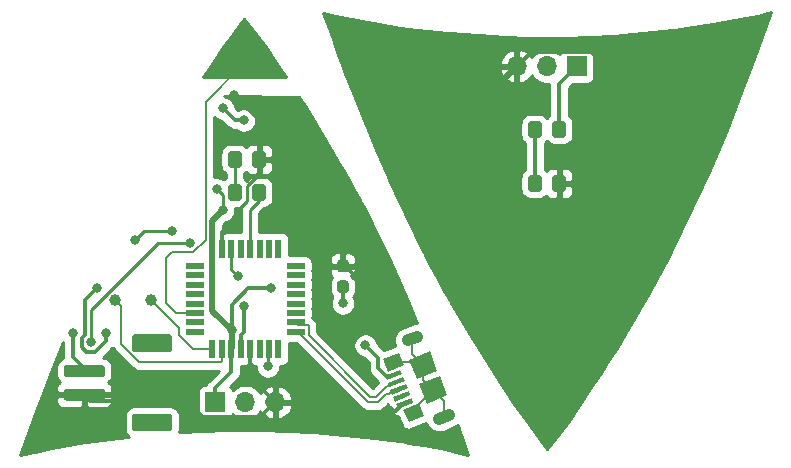
<source format=gbr>
G04 #@! TF.GenerationSoftware,KiCad,Pcbnew,5.1.5-1.fc31*
G04 #@! TF.CreationDate,2020-02-06T18:04:09+00:00*
G04 #@! TF.ProjectId,CatEars,43617445-6172-4732-9e6b-696361645f70,rev?*
G04 #@! TF.SameCoordinates,Original*
G04 #@! TF.FileFunction,Copper,L2,Bot*
G04 #@! TF.FilePolarity,Positive*
%FSLAX46Y46*%
G04 Gerber Fmt 4.6, Leading zero omitted, Abs format (unit mm)*
G04 Created by KiCad (PCBNEW 5.1.5-1.fc31) date 2020-02-06 18:04:09*
%MOMM*%
%LPD*%
G04 APERTURE LIST*
%ADD10C,1.500000*%
%ADD11O,1.700000X1.700000*%
%ADD12R,1.700000X1.700000*%
%ADD13C,0.100000*%
%ADD14C,1.000000*%
%ADD15R,0.550000X1.600000*%
%ADD16R,1.600000X0.550000*%
%ADD17C,1.050000*%
%ADD18C,0.800000*%
%ADD19C,0.375000*%
%ADD20C,0.250000*%
%ADD21C,0.500000*%
%ADD22C,0.200000*%
%ADD23C,0.254000*%
G04 APERTURE END LIST*
D10*
X218694000Y-120650000D03*
D11*
X241808000Y-120904000D03*
X244348000Y-120904000D03*
D12*
X246888000Y-120904000D03*
G04 #@! TA.AperFunction,SMDPad,CuDef*
D13*
G36*
X245722505Y-125539204D02*
G01*
X245746773Y-125542804D01*
X245770572Y-125548765D01*
X245793671Y-125557030D01*
X245815850Y-125567520D01*
X245836893Y-125580132D01*
X245856599Y-125594747D01*
X245874777Y-125611223D01*
X245891253Y-125629401D01*
X245905868Y-125649107D01*
X245918480Y-125670150D01*
X245928970Y-125692329D01*
X245937235Y-125715428D01*
X245943196Y-125739227D01*
X245946796Y-125763495D01*
X245948000Y-125787999D01*
X245948000Y-126688001D01*
X245946796Y-126712505D01*
X245943196Y-126736773D01*
X245937235Y-126760572D01*
X245928970Y-126783671D01*
X245918480Y-126805850D01*
X245905868Y-126826893D01*
X245891253Y-126846599D01*
X245874777Y-126864777D01*
X245856599Y-126881253D01*
X245836893Y-126895868D01*
X245815850Y-126908480D01*
X245793671Y-126918970D01*
X245770572Y-126927235D01*
X245746773Y-126933196D01*
X245722505Y-126936796D01*
X245698001Y-126938000D01*
X245047999Y-126938000D01*
X245023495Y-126936796D01*
X244999227Y-126933196D01*
X244975428Y-126927235D01*
X244952329Y-126918970D01*
X244930150Y-126908480D01*
X244909107Y-126895868D01*
X244889401Y-126881253D01*
X244871223Y-126864777D01*
X244854747Y-126846599D01*
X244840132Y-126826893D01*
X244827520Y-126805850D01*
X244817030Y-126783671D01*
X244808765Y-126760572D01*
X244802804Y-126736773D01*
X244799204Y-126712505D01*
X244798000Y-126688001D01*
X244798000Y-125787999D01*
X244799204Y-125763495D01*
X244802804Y-125739227D01*
X244808765Y-125715428D01*
X244817030Y-125692329D01*
X244827520Y-125670150D01*
X244840132Y-125649107D01*
X244854747Y-125629401D01*
X244871223Y-125611223D01*
X244889401Y-125594747D01*
X244909107Y-125580132D01*
X244930150Y-125567520D01*
X244952329Y-125557030D01*
X244975428Y-125548765D01*
X244999227Y-125542804D01*
X245023495Y-125539204D01*
X245047999Y-125538000D01*
X245698001Y-125538000D01*
X245722505Y-125539204D01*
G37*
G04 #@! TD.AperFunction*
G04 #@! TA.AperFunction,SMDPad,CuDef*
G36*
X243672505Y-125539204D02*
G01*
X243696773Y-125542804D01*
X243720572Y-125548765D01*
X243743671Y-125557030D01*
X243765850Y-125567520D01*
X243786893Y-125580132D01*
X243806599Y-125594747D01*
X243824777Y-125611223D01*
X243841253Y-125629401D01*
X243855868Y-125649107D01*
X243868480Y-125670150D01*
X243878970Y-125692329D01*
X243887235Y-125715428D01*
X243893196Y-125739227D01*
X243896796Y-125763495D01*
X243898000Y-125787999D01*
X243898000Y-126688001D01*
X243896796Y-126712505D01*
X243893196Y-126736773D01*
X243887235Y-126760572D01*
X243878970Y-126783671D01*
X243868480Y-126805850D01*
X243855868Y-126826893D01*
X243841253Y-126846599D01*
X243824777Y-126864777D01*
X243806599Y-126881253D01*
X243786893Y-126895868D01*
X243765850Y-126908480D01*
X243743671Y-126918970D01*
X243720572Y-126927235D01*
X243696773Y-126933196D01*
X243672505Y-126936796D01*
X243648001Y-126938000D01*
X242997999Y-126938000D01*
X242973495Y-126936796D01*
X242949227Y-126933196D01*
X242925428Y-126927235D01*
X242902329Y-126918970D01*
X242880150Y-126908480D01*
X242859107Y-126895868D01*
X242839401Y-126881253D01*
X242821223Y-126864777D01*
X242804747Y-126846599D01*
X242790132Y-126826893D01*
X242777520Y-126805850D01*
X242767030Y-126783671D01*
X242758765Y-126760572D01*
X242752804Y-126736773D01*
X242749204Y-126712505D01*
X242748000Y-126688001D01*
X242748000Y-125787999D01*
X242749204Y-125763495D01*
X242752804Y-125739227D01*
X242758765Y-125715428D01*
X242767030Y-125692329D01*
X242777520Y-125670150D01*
X242790132Y-125649107D01*
X242804747Y-125629401D01*
X242821223Y-125611223D01*
X242839401Y-125594747D01*
X242859107Y-125580132D01*
X242880150Y-125567520D01*
X242902329Y-125557030D01*
X242925428Y-125548765D01*
X242949227Y-125542804D01*
X242973495Y-125539204D01*
X242997999Y-125538000D01*
X243648001Y-125538000D01*
X243672505Y-125539204D01*
G37*
G04 #@! TD.AperFunction*
G04 #@! TA.AperFunction,SMDPad,CuDef*
G36*
X243672505Y-130111204D02*
G01*
X243696773Y-130114804D01*
X243720572Y-130120765D01*
X243743671Y-130129030D01*
X243765850Y-130139520D01*
X243786893Y-130152132D01*
X243806599Y-130166747D01*
X243824777Y-130183223D01*
X243841253Y-130201401D01*
X243855868Y-130221107D01*
X243868480Y-130242150D01*
X243878970Y-130264329D01*
X243887235Y-130287428D01*
X243893196Y-130311227D01*
X243896796Y-130335495D01*
X243898000Y-130359999D01*
X243898000Y-131260001D01*
X243896796Y-131284505D01*
X243893196Y-131308773D01*
X243887235Y-131332572D01*
X243878970Y-131355671D01*
X243868480Y-131377850D01*
X243855868Y-131398893D01*
X243841253Y-131418599D01*
X243824777Y-131436777D01*
X243806599Y-131453253D01*
X243786893Y-131467868D01*
X243765850Y-131480480D01*
X243743671Y-131490970D01*
X243720572Y-131499235D01*
X243696773Y-131505196D01*
X243672505Y-131508796D01*
X243648001Y-131510000D01*
X242997999Y-131510000D01*
X242973495Y-131508796D01*
X242949227Y-131505196D01*
X242925428Y-131499235D01*
X242902329Y-131490970D01*
X242880150Y-131480480D01*
X242859107Y-131467868D01*
X242839401Y-131453253D01*
X242821223Y-131436777D01*
X242804747Y-131418599D01*
X242790132Y-131398893D01*
X242777520Y-131377850D01*
X242767030Y-131355671D01*
X242758765Y-131332572D01*
X242752804Y-131308773D01*
X242749204Y-131284505D01*
X242748000Y-131260001D01*
X242748000Y-130359999D01*
X242749204Y-130335495D01*
X242752804Y-130311227D01*
X242758765Y-130287428D01*
X242767030Y-130264329D01*
X242777520Y-130242150D01*
X242790132Y-130221107D01*
X242804747Y-130201401D01*
X242821223Y-130183223D01*
X242839401Y-130166747D01*
X242859107Y-130152132D01*
X242880150Y-130139520D01*
X242902329Y-130129030D01*
X242925428Y-130120765D01*
X242949227Y-130114804D01*
X242973495Y-130111204D01*
X242997999Y-130110000D01*
X243648001Y-130110000D01*
X243672505Y-130111204D01*
G37*
G04 #@! TD.AperFunction*
G04 #@! TA.AperFunction,SMDPad,CuDef*
G36*
X245722505Y-130111204D02*
G01*
X245746773Y-130114804D01*
X245770572Y-130120765D01*
X245793671Y-130129030D01*
X245815850Y-130139520D01*
X245836893Y-130152132D01*
X245856599Y-130166747D01*
X245874777Y-130183223D01*
X245891253Y-130201401D01*
X245905868Y-130221107D01*
X245918480Y-130242150D01*
X245928970Y-130264329D01*
X245937235Y-130287428D01*
X245943196Y-130311227D01*
X245946796Y-130335495D01*
X245948000Y-130359999D01*
X245948000Y-131260001D01*
X245946796Y-131284505D01*
X245943196Y-131308773D01*
X245937235Y-131332572D01*
X245928970Y-131355671D01*
X245918480Y-131377850D01*
X245905868Y-131398893D01*
X245891253Y-131418599D01*
X245874777Y-131436777D01*
X245856599Y-131453253D01*
X245836893Y-131467868D01*
X245815850Y-131480480D01*
X245793671Y-131490970D01*
X245770572Y-131499235D01*
X245746773Y-131505196D01*
X245722505Y-131508796D01*
X245698001Y-131510000D01*
X245047999Y-131510000D01*
X245023495Y-131508796D01*
X244999227Y-131505196D01*
X244975428Y-131499235D01*
X244952329Y-131490970D01*
X244930150Y-131480480D01*
X244909107Y-131467868D01*
X244889401Y-131453253D01*
X244871223Y-131436777D01*
X244854747Y-131418599D01*
X244840132Y-131398893D01*
X244827520Y-131377850D01*
X244817030Y-131355671D01*
X244808765Y-131332572D01*
X244802804Y-131308773D01*
X244799204Y-131284505D01*
X244798000Y-131260001D01*
X244798000Y-130359999D01*
X244799204Y-130335495D01*
X244802804Y-130311227D01*
X244808765Y-130287428D01*
X244817030Y-130264329D01*
X244827520Y-130242150D01*
X244840132Y-130221107D01*
X244854747Y-130201401D01*
X244871223Y-130183223D01*
X244889401Y-130166747D01*
X244909107Y-130152132D01*
X244930150Y-130139520D01*
X244952329Y-130129030D01*
X244975428Y-130120765D01*
X244999227Y-130114804D01*
X245023495Y-130111204D01*
X245047999Y-130110000D01*
X245698001Y-130110000D01*
X245722505Y-130111204D01*
G37*
G04 #@! TD.AperFunction*
D11*
X221361000Y-149352000D03*
X218821000Y-149352000D03*
D12*
X216281000Y-149352000D03*
D14*
X210820000Y-140716000D03*
X207772000Y-140716000D03*
G04 #@! TA.AperFunction,SMDPad,CuDef*
D13*
G36*
X212400504Y-150302204D02*
G01*
X212424773Y-150305804D01*
X212448571Y-150311765D01*
X212471671Y-150320030D01*
X212493849Y-150330520D01*
X212514893Y-150343133D01*
X212534598Y-150357747D01*
X212552777Y-150374223D01*
X212569253Y-150392402D01*
X212583867Y-150412107D01*
X212596480Y-150433151D01*
X212606970Y-150455329D01*
X212615235Y-150478429D01*
X212621196Y-150502227D01*
X212624796Y-150526496D01*
X212626000Y-150551000D01*
X212626000Y-151551000D01*
X212624796Y-151575504D01*
X212621196Y-151599773D01*
X212615235Y-151623571D01*
X212606970Y-151646671D01*
X212596480Y-151668849D01*
X212583867Y-151689893D01*
X212569253Y-151709598D01*
X212552777Y-151727777D01*
X212534598Y-151744253D01*
X212514893Y-151758867D01*
X212493849Y-151771480D01*
X212471671Y-151781970D01*
X212448571Y-151790235D01*
X212424773Y-151796196D01*
X212400504Y-151799796D01*
X212376000Y-151801000D01*
X209476000Y-151801000D01*
X209451496Y-151799796D01*
X209427227Y-151796196D01*
X209403429Y-151790235D01*
X209380329Y-151781970D01*
X209358151Y-151771480D01*
X209337107Y-151758867D01*
X209317402Y-151744253D01*
X209299223Y-151727777D01*
X209282747Y-151709598D01*
X209268133Y-151689893D01*
X209255520Y-151668849D01*
X209245030Y-151646671D01*
X209236765Y-151623571D01*
X209230804Y-151599773D01*
X209227204Y-151575504D01*
X209226000Y-151551000D01*
X209226000Y-150551000D01*
X209227204Y-150526496D01*
X209230804Y-150502227D01*
X209236765Y-150478429D01*
X209245030Y-150455329D01*
X209255520Y-150433151D01*
X209268133Y-150412107D01*
X209282747Y-150392402D01*
X209299223Y-150374223D01*
X209317402Y-150357747D01*
X209337107Y-150343133D01*
X209358151Y-150330520D01*
X209380329Y-150320030D01*
X209403429Y-150311765D01*
X209427227Y-150305804D01*
X209451496Y-150302204D01*
X209476000Y-150301000D01*
X212376000Y-150301000D01*
X212400504Y-150302204D01*
G37*
G04 #@! TD.AperFunction*
G04 #@! TA.AperFunction,SMDPad,CuDef*
G36*
X212400504Y-143602204D02*
G01*
X212424773Y-143605804D01*
X212448571Y-143611765D01*
X212471671Y-143620030D01*
X212493849Y-143630520D01*
X212514893Y-143643133D01*
X212534598Y-143657747D01*
X212552777Y-143674223D01*
X212569253Y-143692402D01*
X212583867Y-143712107D01*
X212596480Y-143733151D01*
X212606970Y-143755329D01*
X212615235Y-143778429D01*
X212621196Y-143802227D01*
X212624796Y-143826496D01*
X212626000Y-143851000D01*
X212626000Y-144851000D01*
X212624796Y-144875504D01*
X212621196Y-144899773D01*
X212615235Y-144923571D01*
X212606970Y-144946671D01*
X212596480Y-144968849D01*
X212583867Y-144989893D01*
X212569253Y-145009598D01*
X212552777Y-145027777D01*
X212534598Y-145044253D01*
X212514893Y-145058867D01*
X212493849Y-145071480D01*
X212471671Y-145081970D01*
X212448571Y-145090235D01*
X212424773Y-145096196D01*
X212400504Y-145099796D01*
X212376000Y-145101000D01*
X209476000Y-145101000D01*
X209451496Y-145099796D01*
X209427227Y-145096196D01*
X209403429Y-145090235D01*
X209380329Y-145081970D01*
X209358151Y-145071480D01*
X209337107Y-145058867D01*
X209317402Y-145044253D01*
X209299223Y-145027777D01*
X209282747Y-145009598D01*
X209268133Y-144989893D01*
X209255520Y-144968849D01*
X209245030Y-144946671D01*
X209236765Y-144923571D01*
X209230804Y-144899773D01*
X209227204Y-144875504D01*
X209226000Y-144851000D01*
X209226000Y-143851000D01*
X209227204Y-143826496D01*
X209230804Y-143802227D01*
X209236765Y-143778429D01*
X209245030Y-143755329D01*
X209255520Y-143733151D01*
X209268133Y-143712107D01*
X209282747Y-143692402D01*
X209299223Y-143674223D01*
X209317402Y-143657747D01*
X209337107Y-143643133D01*
X209358151Y-143630520D01*
X209380329Y-143620030D01*
X209403429Y-143611765D01*
X209427227Y-143605804D01*
X209451496Y-143602204D01*
X209476000Y-143601000D01*
X212376000Y-143601000D01*
X212400504Y-143602204D01*
G37*
G04 #@! TD.AperFunction*
G04 #@! TA.AperFunction,SMDPad,CuDef*
G36*
X206700504Y-148202204D02*
G01*
X206724773Y-148205804D01*
X206748571Y-148211765D01*
X206771671Y-148220030D01*
X206793849Y-148230520D01*
X206814893Y-148243133D01*
X206834598Y-148257747D01*
X206852777Y-148274223D01*
X206869253Y-148292402D01*
X206883867Y-148312107D01*
X206896480Y-148333151D01*
X206906970Y-148355329D01*
X206915235Y-148378429D01*
X206921196Y-148402227D01*
X206924796Y-148426496D01*
X206926000Y-148451000D01*
X206926000Y-148951000D01*
X206924796Y-148975504D01*
X206921196Y-148999773D01*
X206915235Y-149023571D01*
X206906970Y-149046671D01*
X206896480Y-149068849D01*
X206883867Y-149089893D01*
X206869253Y-149109598D01*
X206852777Y-149127777D01*
X206834598Y-149144253D01*
X206814893Y-149158867D01*
X206793849Y-149171480D01*
X206771671Y-149181970D01*
X206748571Y-149190235D01*
X206724773Y-149196196D01*
X206700504Y-149199796D01*
X206676000Y-149201000D01*
X203676000Y-149201000D01*
X203651496Y-149199796D01*
X203627227Y-149196196D01*
X203603429Y-149190235D01*
X203580329Y-149181970D01*
X203558151Y-149171480D01*
X203537107Y-149158867D01*
X203517402Y-149144253D01*
X203499223Y-149127777D01*
X203482747Y-149109598D01*
X203468133Y-149089893D01*
X203455520Y-149068849D01*
X203445030Y-149046671D01*
X203436765Y-149023571D01*
X203430804Y-148999773D01*
X203427204Y-148975504D01*
X203426000Y-148951000D01*
X203426000Y-148451000D01*
X203427204Y-148426496D01*
X203430804Y-148402227D01*
X203436765Y-148378429D01*
X203445030Y-148355329D01*
X203455520Y-148333151D01*
X203468133Y-148312107D01*
X203482747Y-148292402D01*
X203499223Y-148274223D01*
X203517402Y-148257747D01*
X203537107Y-148243133D01*
X203558151Y-148230520D01*
X203580329Y-148220030D01*
X203603429Y-148211765D01*
X203627227Y-148205804D01*
X203651496Y-148202204D01*
X203676000Y-148201000D01*
X206676000Y-148201000D01*
X206700504Y-148202204D01*
G37*
G04 #@! TD.AperFunction*
G04 #@! TA.AperFunction,SMDPad,CuDef*
G36*
X206700504Y-146202204D02*
G01*
X206724773Y-146205804D01*
X206748571Y-146211765D01*
X206771671Y-146220030D01*
X206793849Y-146230520D01*
X206814893Y-146243133D01*
X206834598Y-146257747D01*
X206852777Y-146274223D01*
X206869253Y-146292402D01*
X206883867Y-146312107D01*
X206896480Y-146333151D01*
X206906970Y-146355329D01*
X206915235Y-146378429D01*
X206921196Y-146402227D01*
X206924796Y-146426496D01*
X206926000Y-146451000D01*
X206926000Y-146951000D01*
X206924796Y-146975504D01*
X206921196Y-146999773D01*
X206915235Y-147023571D01*
X206906970Y-147046671D01*
X206896480Y-147068849D01*
X206883867Y-147089893D01*
X206869253Y-147109598D01*
X206852777Y-147127777D01*
X206834598Y-147144253D01*
X206814893Y-147158867D01*
X206793849Y-147171480D01*
X206771671Y-147181970D01*
X206748571Y-147190235D01*
X206724773Y-147196196D01*
X206700504Y-147199796D01*
X206676000Y-147201000D01*
X203676000Y-147201000D01*
X203651496Y-147199796D01*
X203627227Y-147196196D01*
X203603429Y-147190235D01*
X203580329Y-147181970D01*
X203558151Y-147171480D01*
X203537107Y-147158867D01*
X203517402Y-147144253D01*
X203499223Y-147127777D01*
X203482747Y-147109598D01*
X203468133Y-147089893D01*
X203455520Y-147068849D01*
X203445030Y-147046671D01*
X203436765Y-147023571D01*
X203430804Y-146999773D01*
X203427204Y-146975504D01*
X203426000Y-146951000D01*
X203426000Y-146451000D01*
X203427204Y-146426496D01*
X203430804Y-146402227D01*
X203436765Y-146378429D01*
X203445030Y-146355329D01*
X203455520Y-146333151D01*
X203468133Y-146312107D01*
X203482747Y-146292402D01*
X203499223Y-146274223D01*
X203517402Y-146257747D01*
X203537107Y-146243133D01*
X203558151Y-146230520D01*
X203580329Y-146220030D01*
X203603429Y-146211765D01*
X203627227Y-146205804D01*
X203651496Y-146202204D01*
X203676000Y-146201000D01*
X206676000Y-146201000D01*
X206700504Y-146202204D01*
G37*
G04 #@! TD.AperFunction*
G04 #@! TA.AperFunction,SMDPad,CuDef*
G36*
X218272505Y-128079204D02*
G01*
X218296773Y-128082804D01*
X218320572Y-128088765D01*
X218343671Y-128097030D01*
X218365850Y-128107520D01*
X218386893Y-128120132D01*
X218406599Y-128134747D01*
X218424777Y-128151223D01*
X218441253Y-128169401D01*
X218455868Y-128189107D01*
X218468480Y-128210150D01*
X218478970Y-128232329D01*
X218487235Y-128255428D01*
X218493196Y-128279227D01*
X218496796Y-128303495D01*
X218498000Y-128327999D01*
X218498000Y-129228001D01*
X218496796Y-129252505D01*
X218493196Y-129276773D01*
X218487235Y-129300572D01*
X218478970Y-129323671D01*
X218468480Y-129345850D01*
X218455868Y-129366893D01*
X218441253Y-129386599D01*
X218424777Y-129404777D01*
X218406599Y-129421253D01*
X218386893Y-129435868D01*
X218365850Y-129448480D01*
X218343671Y-129458970D01*
X218320572Y-129467235D01*
X218296773Y-129473196D01*
X218272505Y-129476796D01*
X218248001Y-129478000D01*
X217597999Y-129478000D01*
X217573495Y-129476796D01*
X217549227Y-129473196D01*
X217525428Y-129467235D01*
X217502329Y-129458970D01*
X217480150Y-129448480D01*
X217459107Y-129435868D01*
X217439401Y-129421253D01*
X217421223Y-129404777D01*
X217404747Y-129386599D01*
X217390132Y-129366893D01*
X217377520Y-129345850D01*
X217367030Y-129323671D01*
X217358765Y-129300572D01*
X217352804Y-129276773D01*
X217349204Y-129252505D01*
X217348000Y-129228001D01*
X217348000Y-128327999D01*
X217349204Y-128303495D01*
X217352804Y-128279227D01*
X217358765Y-128255428D01*
X217367030Y-128232329D01*
X217377520Y-128210150D01*
X217390132Y-128189107D01*
X217404747Y-128169401D01*
X217421223Y-128151223D01*
X217439401Y-128134747D01*
X217459107Y-128120132D01*
X217480150Y-128107520D01*
X217502329Y-128097030D01*
X217525428Y-128088765D01*
X217549227Y-128082804D01*
X217573495Y-128079204D01*
X217597999Y-128078000D01*
X218248001Y-128078000D01*
X218272505Y-128079204D01*
G37*
G04 #@! TD.AperFunction*
G04 #@! TA.AperFunction,SMDPad,CuDef*
G36*
X220322505Y-128079204D02*
G01*
X220346773Y-128082804D01*
X220370572Y-128088765D01*
X220393671Y-128097030D01*
X220415850Y-128107520D01*
X220436893Y-128120132D01*
X220456599Y-128134747D01*
X220474777Y-128151223D01*
X220491253Y-128169401D01*
X220505868Y-128189107D01*
X220518480Y-128210150D01*
X220528970Y-128232329D01*
X220537235Y-128255428D01*
X220543196Y-128279227D01*
X220546796Y-128303495D01*
X220548000Y-128327999D01*
X220548000Y-129228001D01*
X220546796Y-129252505D01*
X220543196Y-129276773D01*
X220537235Y-129300572D01*
X220528970Y-129323671D01*
X220518480Y-129345850D01*
X220505868Y-129366893D01*
X220491253Y-129386599D01*
X220474777Y-129404777D01*
X220456599Y-129421253D01*
X220436893Y-129435868D01*
X220415850Y-129448480D01*
X220393671Y-129458970D01*
X220370572Y-129467235D01*
X220346773Y-129473196D01*
X220322505Y-129476796D01*
X220298001Y-129478000D01*
X219647999Y-129478000D01*
X219623495Y-129476796D01*
X219599227Y-129473196D01*
X219575428Y-129467235D01*
X219552329Y-129458970D01*
X219530150Y-129448480D01*
X219509107Y-129435868D01*
X219489401Y-129421253D01*
X219471223Y-129404777D01*
X219454747Y-129386599D01*
X219440132Y-129366893D01*
X219427520Y-129345850D01*
X219417030Y-129323671D01*
X219408765Y-129300572D01*
X219402804Y-129276773D01*
X219399204Y-129252505D01*
X219398000Y-129228001D01*
X219398000Y-128327999D01*
X219399204Y-128303495D01*
X219402804Y-128279227D01*
X219408765Y-128255428D01*
X219417030Y-128232329D01*
X219427520Y-128210150D01*
X219440132Y-128189107D01*
X219454747Y-128169401D01*
X219471223Y-128151223D01*
X219489401Y-128134747D01*
X219509107Y-128120132D01*
X219530150Y-128107520D01*
X219552329Y-128097030D01*
X219575428Y-128088765D01*
X219599227Y-128082804D01*
X219623495Y-128079204D01*
X219647999Y-128078000D01*
X220298001Y-128078000D01*
X220322505Y-128079204D01*
G37*
G04 #@! TD.AperFunction*
G04 #@! TA.AperFunction,SMDPad,CuDef*
G36*
X218272505Y-130873204D02*
G01*
X218296773Y-130876804D01*
X218320572Y-130882765D01*
X218343671Y-130891030D01*
X218365850Y-130901520D01*
X218386893Y-130914132D01*
X218406599Y-130928747D01*
X218424777Y-130945223D01*
X218441253Y-130963401D01*
X218455868Y-130983107D01*
X218468480Y-131004150D01*
X218478970Y-131026329D01*
X218487235Y-131049428D01*
X218493196Y-131073227D01*
X218496796Y-131097495D01*
X218498000Y-131121999D01*
X218498000Y-132022001D01*
X218496796Y-132046505D01*
X218493196Y-132070773D01*
X218487235Y-132094572D01*
X218478970Y-132117671D01*
X218468480Y-132139850D01*
X218455868Y-132160893D01*
X218441253Y-132180599D01*
X218424777Y-132198777D01*
X218406599Y-132215253D01*
X218386893Y-132229868D01*
X218365850Y-132242480D01*
X218343671Y-132252970D01*
X218320572Y-132261235D01*
X218296773Y-132267196D01*
X218272505Y-132270796D01*
X218248001Y-132272000D01*
X217597999Y-132272000D01*
X217573495Y-132270796D01*
X217549227Y-132267196D01*
X217525428Y-132261235D01*
X217502329Y-132252970D01*
X217480150Y-132242480D01*
X217459107Y-132229868D01*
X217439401Y-132215253D01*
X217421223Y-132198777D01*
X217404747Y-132180599D01*
X217390132Y-132160893D01*
X217377520Y-132139850D01*
X217367030Y-132117671D01*
X217358765Y-132094572D01*
X217352804Y-132070773D01*
X217349204Y-132046505D01*
X217348000Y-132022001D01*
X217348000Y-131121999D01*
X217349204Y-131097495D01*
X217352804Y-131073227D01*
X217358765Y-131049428D01*
X217367030Y-131026329D01*
X217377520Y-131004150D01*
X217390132Y-130983107D01*
X217404747Y-130963401D01*
X217421223Y-130945223D01*
X217439401Y-130928747D01*
X217459107Y-130914132D01*
X217480150Y-130901520D01*
X217502329Y-130891030D01*
X217525428Y-130882765D01*
X217549227Y-130876804D01*
X217573495Y-130873204D01*
X217597999Y-130872000D01*
X218248001Y-130872000D01*
X218272505Y-130873204D01*
G37*
G04 #@! TD.AperFunction*
G04 #@! TA.AperFunction,SMDPad,CuDef*
G36*
X220322505Y-130873204D02*
G01*
X220346773Y-130876804D01*
X220370572Y-130882765D01*
X220393671Y-130891030D01*
X220415850Y-130901520D01*
X220436893Y-130914132D01*
X220456599Y-130928747D01*
X220474777Y-130945223D01*
X220491253Y-130963401D01*
X220505868Y-130983107D01*
X220518480Y-131004150D01*
X220528970Y-131026329D01*
X220537235Y-131049428D01*
X220543196Y-131073227D01*
X220546796Y-131097495D01*
X220548000Y-131121999D01*
X220548000Y-132022001D01*
X220546796Y-132046505D01*
X220543196Y-132070773D01*
X220537235Y-132094572D01*
X220528970Y-132117671D01*
X220518480Y-132139850D01*
X220505868Y-132160893D01*
X220491253Y-132180599D01*
X220474777Y-132198777D01*
X220456599Y-132215253D01*
X220436893Y-132229868D01*
X220415850Y-132242480D01*
X220393671Y-132252970D01*
X220370572Y-132261235D01*
X220346773Y-132267196D01*
X220322505Y-132270796D01*
X220298001Y-132272000D01*
X219647999Y-132272000D01*
X219623495Y-132270796D01*
X219599227Y-132267196D01*
X219575428Y-132261235D01*
X219552329Y-132252970D01*
X219530150Y-132242480D01*
X219509107Y-132229868D01*
X219489401Y-132215253D01*
X219471223Y-132198777D01*
X219454747Y-132180599D01*
X219440132Y-132160893D01*
X219427520Y-132139850D01*
X219417030Y-132117671D01*
X219408765Y-132094572D01*
X219402804Y-132070773D01*
X219399204Y-132046505D01*
X219398000Y-132022001D01*
X219398000Y-131121999D01*
X219399204Y-131097495D01*
X219402804Y-131073227D01*
X219408765Y-131049428D01*
X219417030Y-131026329D01*
X219427520Y-131004150D01*
X219440132Y-130983107D01*
X219454747Y-130963401D01*
X219471223Y-130945223D01*
X219489401Y-130928747D01*
X219509107Y-130914132D01*
X219530150Y-130901520D01*
X219552329Y-130891030D01*
X219575428Y-130882765D01*
X219599227Y-130876804D01*
X219623495Y-130873204D01*
X219647999Y-130872000D01*
X220298001Y-130872000D01*
X220322505Y-130873204D01*
G37*
G04 #@! TD.AperFunction*
G04 #@! TA.AperFunction,SMDPad,CuDef*
G36*
X227336779Y-137285144D02*
G01*
X227359834Y-137288563D01*
X227382443Y-137294227D01*
X227404387Y-137302079D01*
X227425457Y-137312044D01*
X227445448Y-137324026D01*
X227464168Y-137337910D01*
X227481438Y-137353562D01*
X227497090Y-137370832D01*
X227510974Y-137389552D01*
X227522956Y-137409543D01*
X227532921Y-137430613D01*
X227540773Y-137452557D01*
X227546437Y-137475166D01*
X227549856Y-137498221D01*
X227551000Y-137521500D01*
X227551000Y-138096500D01*
X227549856Y-138119779D01*
X227546437Y-138142834D01*
X227540773Y-138165443D01*
X227532921Y-138187387D01*
X227522956Y-138208457D01*
X227510974Y-138228448D01*
X227497090Y-138247168D01*
X227481438Y-138264438D01*
X227464168Y-138280090D01*
X227445448Y-138293974D01*
X227425457Y-138305956D01*
X227404387Y-138315921D01*
X227382443Y-138323773D01*
X227359834Y-138329437D01*
X227336779Y-138332856D01*
X227313500Y-138334000D01*
X226838500Y-138334000D01*
X226815221Y-138332856D01*
X226792166Y-138329437D01*
X226769557Y-138323773D01*
X226747613Y-138315921D01*
X226726543Y-138305956D01*
X226706552Y-138293974D01*
X226687832Y-138280090D01*
X226670562Y-138264438D01*
X226654910Y-138247168D01*
X226641026Y-138228448D01*
X226629044Y-138208457D01*
X226619079Y-138187387D01*
X226611227Y-138165443D01*
X226605563Y-138142834D01*
X226602144Y-138119779D01*
X226601000Y-138096500D01*
X226601000Y-137521500D01*
X226602144Y-137498221D01*
X226605563Y-137475166D01*
X226611227Y-137452557D01*
X226619079Y-137430613D01*
X226629044Y-137409543D01*
X226641026Y-137389552D01*
X226654910Y-137370832D01*
X226670562Y-137353562D01*
X226687832Y-137337910D01*
X226706552Y-137324026D01*
X226726543Y-137312044D01*
X226747613Y-137302079D01*
X226769557Y-137294227D01*
X226792166Y-137288563D01*
X226815221Y-137285144D01*
X226838500Y-137284000D01*
X227313500Y-137284000D01*
X227336779Y-137285144D01*
G37*
G04 #@! TD.AperFunction*
G04 #@! TA.AperFunction,SMDPad,CuDef*
G36*
X227336779Y-139035144D02*
G01*
X227359834Y-139038563D01*
X227382443Y-139044227D01*
X227404387Y-139052079D01*
X227425457Y-139062044D01*
X227445448Y-139074026D01*
X227464168Y-139087910D01*
X227481438Y-139103562D01*
X227497090Y-139120832D01*
X227510974Y-139139552D01*
X227522956Y-139159543D01*
X227532921Y-139180613D01*
X227540773Y-139202557D01*
X227546437Y-139225166D01*
X227549856Y-139248221D01*
X227551000Y-139271500D01*
X227551000Y-139846500D01*
X227549856Y-139869779D01*
X227546437Y-139892834D01*
X227540773Y-139915443D01*
X227532921Y-139937387D01*
X227522956Y-139958457D01*
X227510974Y-139978448D01*
X227497090Y-139997168D01*
X227481438Y-140014438D01*
X227464168Y-140030090D01*
X227445448Y-140043974D01*
X227425457Y-140055956D01*
X227404387Y-140065921D01*
X227382443Y-140073773D01*
X227359834Y-140079437D01*
X227336779Y-140082856D01*
X227313500Y-140084000D01*
X226838500Y-140084000D01*
X226815221Y-140082856D01*
X226792166Y-140079437D01*
X226769557Y-140073773D01*
X226747613Y-140065921D01*
X226726543Y-140055956D01*
X226706552Y-140043974D01*
X226687832Y-140030090D01*
X226670562Y-140014438D01*
X226654910Y-139997168D01*
X226641026Y-139978448D01*
X226629044Y-139958457D01*
X226619079Y-139937387D01*
X226611227Y-139915443D01*
X226605563Y-139892834D01*
X226602144Y-139869779D01*
X226601000Y-139846500D01*
X226601000Y-139271500D01*
X226602144Y-139248221D01*
X226605563Y-139225166D01*
X226611227Y-139202557D01*
X226619079Y-139180613D01*
X226629044Y-139159543D01*
X226641026Y-139139552D01*
X226654910Y-139120832D01*
X226670562Y-139103562D01*
X226687832Y-139087910D01*
X226706552Y-139074026D01*
X226726543Y-139062044D01*
X226747613Y-139052079D01*
X226769557Y-139044227D01*
X226792166Y-139038563D01*
X226815221Y-139035144D01*
X226838500Y-139034000D01*
X227313500Y-139034000D01*
X227336779Y-139035144D01*
G37*
G04 #@! TD.AperFunction*
D15*
X216021000Y-144839000D03*
X216821000Y-144839000D03*
X217621000Y-144839000D03*
X218421000Y-144839000D03*
X219221000Y-144839000D03*
X220021000Y-144839000D03*
X220821000Y-144839000D03*
X221621000Y-144839000D03*
D16*
X223071000Y-143389000D03*
X223071000Y-142589000D03*
X223071000Y-141789000D03*
X223071000Y-140989000D03*
X223071000Y-140189000D03*
X223071000Y-139389000D03*
X223071000Y-138589000D03*
X223071000Y-137789000D03*
D15*
X221621000Y-136339000D03*
X220821000Y-136339000D03*
X220021000Y-136339000D03*
X219221000Y-136339000D03*
X218421000Y-136339000D03*
X217621000Y-136339000D03*
X216821000Y-136339000D03*
X216021000Y-136339000D03*
D16*
X214571000Y-137789000D03*
X214571000Y-138589000D03*
X214571000Y-139389000D03*
X214571000Y-140189000D03*
X214571000Y-140989000D03*
X214571000Y-141789000D03*
X214571000Y-142589000D03*
X214571000Y-143389000D03*
G04 #@! TA.AperFunction,SMDPad,CuDef*
D13*
G36*
X230460306Y-145674237D02*
G01*
X231804723Y-145131058D01*
X232235520Y-146197319D01*
X230891103Y-146740498D01*
X230460306Y-145674237D01*
G37*
G04 #@! TD.AperFunction*
G04 #@! TA.AperFunction,SMDPad,CuDef*
G36*
X232198481Y-149976370D02*
G01*
X233542898Y-149433191D01*
X233973695Y-150499452D01*
X232629278Y-151042631D01*
X232198481Y-149976370D01*
G37*
G04 #@! TD.AperFunction*
D17*
X236017892Y-150406946D02*
X235229786Y-150725362D01*
X232551349Y-144095998D02*
X233339455Y-143777582D01*
G04 #@! TA.AperFunction,SMDPad,CuDef*
D13*
G36*
X232654583Y-145752980D02*
G01*
X234416232Y-145041228D01*
X235071793Y-146663800D01*
X233310144Y-147375552D01*
X232654583Y-145752980D01*
G37*
G04 #@! TD.AperFunction*
G04 #@! TA.AperFunction,SMDPad,CuDef*
G36*
X231103633Y-148320968D02*
G01*
X232401690Y-147796519D01*
X232551533Y-148167392D01*
X231253476Y-148691841D01*
X231103633Y-148320968D01*
G37*
G04 #@! TD.AperFunction*
G04 #@! TA.AperFunction,SMDPad,CuDef*
G36*
X231347128Y-148923637D02*
G01*
X232645185Y-148399188D01*
X232795028Y-148770061D01*
X231496971Y-149294510D01*
X231347128Y-148923637D01*
G37*
G04 #@! TD.AperFunction*
G04 #@! TA.AperFunction,SMDPad,CuDef*
G36*
X231590622Y-149526307D02*
G01*
X232888679Y-149001858D01*
X233038522Y-149372731D01*
X231740465Y-149897180D01*
X231590622Y-149526307D01*
G37*
G04 #@! TD.AperFunction*
G04 #@! TA.AperFunction,SMDPad,CuDef*
G36*
X230616645Y-147115629D02*
G01*
X231914702Y-146591180D01*
X232064545Y-146962053D01*
X230766488Y-147486502D01*
X230616645Y-147115629D01*
G37*
G04 #@! TD.AperFunction*
G04 #@! TA.AperFunction,SMDPad,CuDef*
G36*
X230860139Y-147718298D02*
G01*
X232158196Y-147193849D01*
X232308039Y-147564722D01*
X231009982Y-148089171D01*
X230860139Y-147718298D01*
G37*
G04 #@! TD.AperFunction*
G04 #@! TA.AperFunction,SMDPad,CuDef*
G36*
X233497448Y-147839144D02*
G01*
X235259097Y-147127392D01*
X235914658Y-148749964D01*
X234153009Y-149461716D01*
X233497448Y-147839144D01*
G37*
G04 #@! TD.AperFunction*
D18*
X218186000Y-133604000D03*
X208534000Y-148082000D03*
X217819000Y-123310000D03*
X214376000Y-149606000D03*
X228092000Y-138684000D03*
X231013000Y-150495000D03*
X222250000Y-132080000D03*
X227330000Y-144780000D03*
X218694000Y-125476000D03*
X216408000Y-131318000D03*
X216916000Y-133096000D03*
X216916000Y-124460000D03*
X217678000Y-143256000D03*
X220980000Y-139700000D03*
X206248000Y-139700000D03*
X207010000Y-143510000D03*
X209507347Y-135593347D03*
X212598000Y-134874000D03*
X228981000Y-144526000D03*
X204216000Y-143510000D03*
X218694000Y-117856000D03*
X218186000Y-138684000D03*
X220726000Y-146304000D03*
X218694000Y-141224000D03*
X227076000Y-140970000D03*
X214122000Y-135890000D03*
X205740000Y-144272000D03*
X244348000Y-151130000D03*
X241554000Y-138938000D03*
X252406000Y-134712000D03*
X252222000Y-138430000D03*
X246126000Y-138938000D03*
X239776000Y-123698000D03*
X249326400Y-123317000D03*
D19*
X214376000Y-149606000D02*
X215120999Y-150589501D01*
D20*
X218948000Y-131008810D02*
X218948000Y-132276315D01*
X218948000Y-132276315D02*
X218186000Y-133038315D01*
X218186000Y-133038315D02*
X218186000Y-133604000D01*
X219973000Y-125464000D02*
X217819000Y-123310000D01*
X219973000Y-128778000D02*
X219973000Y-125464000D01*
D19*
X220123499Y-150589501D02*
X220511001Y-150201999D01*
X215120999Y-150589501D02*
X220123499Y-150589501D01*
D20*
X219973000Y-129983810D02*
X218948000Y-131008810D01*
D19*
X227217000Y-137809000D02*
X228092000Y-138684000D01*
X227076000Y-137809000D02*
X227217000Y-137809000D01*
D20*
X219973000Y-128778000D02*
X219973000Y-129983810D01*
D19*
X220511001Y-150201999D02*
X221361000Y-149352000D01*
X218186000Y-133604000D02*
X216821000Y-134969000D01*
X216821000Y-134969000D02*
X216821000Y-136339000D01*
X221361000Y-149352000D02*
X219221000Y-147212000D01*
X219221000Y-147212000D02*
X219221000Y-144839000D01*
X231531827Y-150095001D02*
X231944808Y-149682020D01*
X231013000Y-150495000D02*
X231412999Y-150095001D01*
X231412999Y-150095001D02*
X231531827Y-150095001D01*
X208134001Y-148481999D02*
X208534000Y-148082000D01*
X207415000Y-149201000D02*
X208134001Y-148481999D01*
X205176000Y-148701000D02*
X205676000Y-149201000D01*
X205676000Y-149201000D02*
X207415000Y-149201000D01*
X212598000Y-148082000D02*
X212852000Y-148336000D01*
X212732498Y-148201000D02*
X212852000Y-148336000D01*
X208534000Y-148082000D02*
X212598000Y-148082000D01*
X212852000Y-148336000D02*
X214376000Y-149606000D01*
D20*
X210226694Y-134874000D02*
X209507347Y-135593347D01*
X212598000Y-134874000D02*
X210226694Y-134874000D01*
D19*
X216281000Y-148127000D02*
X217621000Y-146787000D01*
X217621000Y-146787000D02*
X217621000Y-146014000D01*
X217621000Y-146014000D02*
X217621000Y-144839000D01*
X216281000Y-149352000D02*
X216281000Y-148127000D01*
D20*
X216916000Y-133096000D02*
X216916000Y-131826000D01*
D21*
X216021000Y-141599000D02*
X216021000Y-136339000D01*
X217678000Y-143256000D02*
X217678000Y-144782000D01*
X217678000Y-144782000D02*
X217621000Y-144839000D01*
X216021000Y-133991000D02*
X216916000Y-133096000D01*
X216021000Y-136339000D02*
X216021000Y-133991000D01*
X217678000Y-143256000D02*
X216021000Y-141599000D01*
D19*
X207010000Y-143510000D02*
X207010000Y-144167502D01*
X207010000Y-144167502D02*
X206118001Y-145059501D01*
X204952499Y-143893999D02*
X205227490Y-143619008D01*
X205227490Y-143619008D02*
X205227490Y-140720510D01*
X217932000Y-125476000D02*
X216916000Y-124460000D01*
X218694000Y-125476000D02*
X217932000Y-125476000D01*
X217678000Y-142690315D02*
X217678000Y-143256000D01*
X204952499Y-144650001D02*
X204952499Y-143893999D01*
X205361999Y-145059501D02*
X204952499Y-144650001D01*
X206118001Y-145059501D02*
X205361999Y-145059501D01*
X219052498Y-139700000D02*
X217678000Y-141074498D01*
X220980000Y-139700000D02*
X219052498Y-139700000D01*
X217678000Y-141074498D02*
X217678000Y-142690315D01*
X205227490Y-140720510D02*
X206248000Y-139700000D01*
D20*
X216916000Y-131826000D02*
X216408000Y-131318000D01*
D19*
X231251428Y-147128008D02*
X231340595Y-147038841D01*
X230730590Y-147128008D02*
X231251428Y-147128008D01*
X230072796Y-146470214D02*
X230730590Y-147128008D01*
X228981000Y-144526000D02*
X230072796Y-145617796D01*
X230072796Y-145617796D02*
X230072796Y-146470214D01*
X204216000Y-143510000D02*
X204216000Y-145487000D01*
X204216000Y-145487000D02*
X205430000Y-146701000D01*
D22*
X218694000Y-120650000D02*
X215445999Y-123898001D01*
X215445999Y-135602003D02*
X214396002Y-136652000D01*
X212090000Y-140970000D02*
X212909000Y-141789000D01*
X212909000Y-141789000D02*
X214571000Y-141789000D01*
X212598000Y-136652000D02*
X212090000Y-137160000D01*
X212090000Y-137160000D02*
X212090000Y-140970000D01*
X214396002Y-136652000D02*
X212598000Y-136652000D01*
X215445999Y-123898001D02*
X215445999Y-135602003D01*
X233590576Y-145935778D02*
X233863188Y-146208390D01*
X231347913Y-145935778D02*
X233590576Y-145935778D01*
X233863188Y-147451689D02*
X233863188Y-146208390D01*
X234706053Y-148294554D02*
X233863188Y-147451689D01*
X233086088Y-149914519D02*
X233086088Y-150237911D01*
X234706053Y-148294554D02*
X233086088Y-149914519D01*
X235623839Y-149212340D02*
X235623839Y-150566154D01*
X234706053Y-148294554D02*
X235623839Y-149212340D01*
X232945402Y-145290604D02*
X232945402Y-143936790D01*
X233863188Y-146208390D02*
X232945402Y-145290604D01*
D20*
X217621000Y-138119000D02*
X218186000Y-138684000D01*
X217621000Y-136339000D02*
X217621000Y-138119000D01*
X220726000Y-146304000D02*
X220726000Y-144934000D01*
X220726000Y-144934000D02*
X220821000Y-144839000D01*
D22*
X223071000Y-143389000D02*
X223234603Y-143389000D01*
X223234603Y-143389000D02*
X229168603Y-149323000D01*
X229168603Y-149323000D02*
X230062588Y-149323000D01*
X230062588Y-149323000D02*
X230758684Y-148626904D01*
X230758684Y-148626904D02*
X230976096Y-148626904D01*
X231213819Y-148389181D02*
X231827583Y-148389181D01*
X230976096Y-148626904D02*
X231213819Y-148389181D01*
X230794188Y-147955000D02*
X231045320Y-147955000D01*
X229876188Y-148873000D02*
X230794188Y-147955000D01*
X229355000Y-148873000D02*
X229876188Y-148873000D01*
X223295999Y-142813999D02*
X224111001Y-142813999D01*
X223071000Y-142589000D02*
X223295999Y-142813999D01*
X224111001Y-142813999D02*
X224171001Y-142873999D01*
X231045320Y-147955000D02*
X231213808Y-147786512D01*
X224171001Y-142873999D02*
X224171001Y-143689001D01*
X224171001Y-143689001D02*
X229355000Y-148873000D01*
D19*
X218421000Y-143664000D02*
X218694000Y-143391000D01*
X218421000Y-144839000D02*
X218421000Y-143664000D01*
X218694000Y-143391000D02*
X218694000Y-141224000D01*
D22*
X207772000Y-140716000D02*
X208271999Y-141215999D01*
X208271999Y-141215999D02*
X208271999Y-144424833D01*
X208271999Y-144424833D02*
X209786167Y-145939001D01*
X209786167Y-145939001D02*
X216720999Y-145939001D01*
X216821000Y-145839000D02*
X216821000Y-144839000D01*
X216720999Y-145939001D02*
X216821000Y-145839000D01*
X213180010Y-143613012D02*
X214405998Y-144839000D01*
X213180010Y-143076010D02*
X213180010Y-143613012D01*
X214405998Y-144839000D02*
X215546000Y-144839000D01*
X215546000Y-144839000D02*
X216021000Y-144839000D01*
X210820000Y-140716000D02*
X213180010Y-143076010D01*
D20*
X219973000Y-132272000D02*
X219221000Y-133024000D01*
X219973000Y-131572000D02*
X219973000Y-132272000D01*
X219221000Y-133024000D02*
X219221000Y-135289000D01*
X219221000Y-135289000D02*
X219221000Y-136339000D01*
D19*
X227076000Y-140970000D02*
X227076000Y-139559000D01*
X243323000Y-130810000D02*
X243323000Y-130110000D01*
X243323000Y-130110000D02*
X243323000Y-126238000D01*
D20*
X211376998Y-135890000D02*
X214122000Y-135890000D01*
X205740000Y-141526998D02*
X211376998Y-135890000D01*
X205740000Y-144272000D02*
X205740000Y-141526998D01*
X217923000Y-131572000D02*
X217923000Y-128778000D01*
D21*
X244348000Y-146304000D02*
X244348000Y-151130000D01*
X252222000Y-138430000D02*
X244348000Y-146304000D01*
D19*
X248504000Y-130810000D02*
X252406000Y-134712000D01*
D21*
X241554000Y-138938000D02*
X246126000Y-138938000D01*
X246126000Y-138938000D02*
X239776000Y-132588000D01*
X239776000Y-132588000D02*
X239776000Y-123698000D01*
D19*
X245373000Y-130810000D02*
X248504000Y-130810000D01*
D21*
X239776000Y-123698000D02*
X239776000Y-122936000D01*
X239776000Y-122936000D02*
X241808000Y-120904000D01*
D19*
X249326400Y-120944898D02*
X249326400Y-123317000D01*
X248048001Y-119666499D02*
X249326400Y-120944898D01*
X241808000Y-120904000D02*
X243045501Y-119666499D01*
X243045501Y-119666499D02*
X248048001Y-119666499D01*
X245373000Y-122419000D02*
X246888000Y-120904000D01*
X245373000Y-126238000D02*
X245373000Y-122419000D01*
D23*
G36*
X203393501Y-145446592D02*
G01*
X203389521Y-145487000D01*
X203401699Y-145610644D01*
X203336150Y-145630528D01*
X203182614Y-145712595D01*
X203048038Y-145823038D01*
X202937595Y-145957614D01*
X202855528Y-146111150D01*
X202804992Y-146277746D01*
X202787928Y-146451000D01*
X202787928Y-146951000D01*
X202804992Y-147124254D01*
X202855528Y-147290850D01*
X202937595Y-147444386D01*
X203048038Y-147578962D01*
X203124813Y-147641969D01*
X203071506Y-147670463D01*
X202974815Y-147749815D01*
X202895463Y-147846506D01*
X202836498Y-147956820D01*
X202800188Y-148076518D01*
X202787928Y-148201000D01*
X202791000Y-148415250D01*
X202949750Y-148574000D01*
X205049000Y-148574000D01*
X205049000Y-148554000D01*
X205303000Y-148554000D01*
X205303000Y-148574000D01*
X207402250Y-148574000D01*
X207561000Y-148415250D01*
X207564072Y-148201000D01*
X207551812Y-148076518D01*
X207515502Y-147956820D01*
X207456537Y-147846506D01*
X207377185Y-147749815D01*
X207280494Y-147670463D01*
X207227187Y-147641969D01*
X207303962Y-147578962D01*
X207414405Y-147444386D01*
X207496472Y-147290850D01*
X207547008Y-147124254D01*
X207564072Y-146951000D01*
X207564072Y-146451000D01*
X207547008Y-146277746D01*
X207496472Y-146111150D01*
X207414405Y-145957614D01*
X207303962Y-145823038D01*
X207169386Y-145712595D01*
X207015850Y-145630528D01*
X206849254Y-145579992D01*
X206768640Y-145572052D01*
X207563025Y-144777667D01*
X207594409Y-144751911D01*
X207605921Y-144737883D01*
X207657913Y-144835153D01*
X207749762Y-144947071D01*
X207777807Y-144970087D01*
X209240913Y-146433194D01*
X209263929Y-146461239D01*
X209375847Y-146553088D01*
X209503534Y-146621338D01*
X209631457Y-146660143D01*
X209642082Y-146663366D01*
X209786167Y-146677557D01*
X209822272Y-146674001D01*
X216570809Y-146674001D01*
X215727971Y-147516839D01*
X215696592Y-147542591D01*
X215593809Y-147667833D01*
X215552985Y-147744209D01*
X215517433Y-147810721D01*
X215501293Y-147863928D01*
X215431000Y-147863928D01*
X215306518Y-147876188D01*
X215186820Y-147912498D01*
X215076506Y-147971463D01*
X214979815Y-148050815D01*
X214900463Y-148147506D01*
X214841498Y-148257820D01*
X214805188Y-148377518D01*
X214792928Y-148502000D01*
X214792928Y-150202000D01*
X214805188Y-150326482D01*
X214841498Y-150446180D01*
X214900463Y-150556494D01*
X214979815Y-150653185D01*
X215076506Y-150732537D01*
X215186820Y-150791502D01*
X215306518Y-150827812D01*
X215431000Y-150840072D01*
X217131000Y-150840072D01*
X217255482Y-150827812D01*
X217375180Y-150791502D01*
X217485494Y-150732537D01*
X217582185Y-150653185D01*
X217661537Y-150556494D01*
X217720502Y-150446180D01*
X217742513Y-150373620D01*
X217874368Y-150505475D01*
X218117589Y-150667990D01*
X218387842Y-150779932D01*
X218674740Y-150837000D01*
X218967260Y-150837000D01*
X219254158Y-150779932D01*
X219524411Y-150667990D01*
X219767632Y-150505475D01*
X219974475Y-150298632D01*
X220096195Y-150116466D01*
X220165822Y-150233355D01*
X220360731Y-150449588D01*
X220594080Y-150623641D01*
X220856901Y-150748825D01*
X221004110Y-150793476D01*
X221234000Y-150672155D01*
X221234000Y-149479000D01*
X221488000Y-149479000D01*
X221488000Y-150672155D01*
X221717890Y-150793476D01*
X221865099Y-150748825D01*
X222127920Y-150623641D01*
X222361269Y-150449588D01*
X222556178Y-150233355D01*
X222705157Y-149983252D01*
X222802481Y-149708891D01*
X222681814Y-149479000D01*
X221488000Y-149479000D01*
X221234000Y-149479000D01*
X221214000Y-149479000D01*
X221214000Y-149225000D01*
X221234000Y-149225000D01*
X221234000Y-148031845D01*
X221488000Y-148031845D01*
X221488000Y-149225000D01*
X222681814Y-149225000D01*
X222802481Y-148995109D01*
X222705157Y-148720748D01*
X222556178Y-148470645D01*
X222361269Y-148254412D01*
X222127920Y-148080359D01*
X221865099Y-147955175D01*
X221717890Y-147910524D01*
X221488000Y-148031845D01*
X221234000Y-148031845D01*
X221004110Y-147910524D01*
X220856901Y-147955175D01*
X220594080Y-148080359D01*
X220360731Y-148254412D01*
X220165822Y-148470645D01*
X220096195Y-148587534D01*
X219974475Y-148405368D01*
X219767632Y-148198525D01*
X219524411Y-148036010D01*
X219254158Y-147924068D01*
X218967260Y-147867000D01*
X218674740Y-147867000D01*
X218387842Y-147924068D01*
X218117589Y-148036010D01*
X217874368Y-148198525D01*
X217742513Y-148330380D01*
X217720502Y-148257820D01*
X217661537Y-148147506D01*
X217582185Y-148050815D01*
X217548236Y-148022954D01*
X218174026Y-147397164D01*
X218205409Y-147371409D01*
X218308192Y-147246167D01*
X218384567Y-147103280D01*
X218395367Y-147067677D01*
X218431598Y-146948239D01*
X218447479Y-146787001D01*
X218443500Y-146746603D01*
X218443500Y-146277072D01*
X218696000Y-146277072D01*
X218820482Y-146264812D01*
X218821620Y-146264467D01*
X218935250Y-146274000D01*
X219027333Y-146181917D01*
X219050494Y-146169537D01*
X219147185Y-146090185D01*
X219221000Y-146000241D01*
X219294815Y-146090185D01*
X219391506Y-146169537D01*
X219414667Y-146181917D01*
X219506750Y-146274000D01*
X219620380Y-146264467D01*
X219621518Y-146264812D01*
X219691000Y-146271655D01*
X219691000Y-146405939D01*
X219730774Y-146605898D01*
X219808795Y-146794256D01*
X219922063Y-146963774D01*
X220066226Y-147107937D01*
X220235744Y-147221205D01*
X220424102Y-147299226D01*
X220624061Y-147339000D01*
X220827939Y-147339000D01*
X221027898Y-147299226D01*
X221216256Y-147221205D01*
X221385774Y-147107937D01*
X221529937Y-146963774D01*
X221643205Y-146794256D01*
X221721226Y-146605898D01*
X221761000Y-146405939D01*
X221761000Y-146277072D01*
X221896000Y-146277072D01*
X222020482Y-146264812D01*
X222140180Y-146228502D01*
X222250494Y-146169537D01*
X222347185Y-146090185D01*
X222426537Y-145993494D01*
X222485502Y-145883180D01*
X222521812Y-145763482D01*
X222534072Y-145639000D01*
X222534072Y-144302072D01*
X223108229Y-144302072D01*
X228623349Y-149817193D01*
X228646365Y-149845238D01*
X228758283Y-149937087D01*
X228885970Y-150005337D01*
X229024518Y-150047365D01*
X229132498Y-150058000D01*
X229132507Y-150058000D01*
X229168602Y-150061555D01*
X229204697Y-150058000D01*
X230026483Y-150058000D01*
X230062588Y-150061556D01*
X230098693Y-150058000D01*
X230206673Y-150047365D01*
X230345221Y-150005337D01*
X230472908Y-149937087D01*
X230584826Y-149845238D01*
X230607846Y-149817188D01*
X230901372Y-149523663D01*
X230905361Y-149533537D01*
X230963360Y-149644361D01*
X230965052Y-149646459D01*
X230989966Y-149734744D01*
X231078451Y-149772304D01*
X231137861Y-149821934D01*
X231247656Y-149881858D01*
X231355694Y-149915663D01*
X231251318Y-149957834D01*
X231163597Y-150164494D01*
X231212376Y-150255313D01*
X231292391Y-150351456D01*
X231389626Y-150430142D01*
X231500343Y-150488347D01*
X231620288Y-150523833D01*
X231735759Y-150534405D01*
X232037668Y-151281657D01*
X232095667Y-151392481D01*
X232174173Y-151489861D01*
X232270168Y-151570055D01*
X232379963Y-151629979D01*
X232499340Y-151667332D01*
X232623710Y-151680679D01*
X232748293Y-151669505D01*
X232868304Y-151634241D01*
X234137172Y-151121586D01*
X234149050Y-151162008D01*
X234255002Y-151364460D01*
X234398414Y-151542350D01*
X234573775Y-151688845D01*
X234774346Y-151798313D01*
X234992420Y-151866549D01*
X235219616Y-151890929D01*
X235447200Y-151870517D01*
X235611500Y-151822239D01*
X236505266Y-151461134D01*
X236656990Y-151381730D01*
X236785613Y-151278036D01*
X236893040Y-151569132D01*
X237685945Y-153805860D01*
X236687854Y-153555017D01*
X236678125Y-153551850D01*
X236655115Y-153546789D01*
X236632249Y-153541042D01*
X236622122Y-153539532D01*
X235338821Y-153257259D01*
X235330245Y-153254712D01*
X235305836Y-153250004D01*
X235281559Y-153244664D01*
X235272676Y-153243608D01*
X233967453Y-152991852D01*
X233959846Y-152989781D01*
X233934290Y-152985456D01*
X233908841Y-152980547D01*
X233900991Y-152979820D01*
X232583881Y-152756901D01*
X232577086Y-152755198D01*
X232550574Y-152751263D01*
X232524155Y-152746792D01*
X232517169Y-152746306D01*
X231198284Y-152550572D01*
X231192173Y-152549158D01*
X231164859Y-152545611D01*
X231137637Y-152541571D01*
X231131378Y-152541263D01*
X229818378Y-152370756D01*
X229810350Y-152369099D01*
X229784870Y-152366405D01*
X229759485Y-152363108D01*
X229751299Y-152362854D01*
X227132305Y-152085899D01*
X227123019Y-152084246D01*
X227098716Y-152082347D01*
X227074480Y-152079784D01*
X227065050Y-152079716D01*
X224599626Y-151887064D01*
X224591596Y-151885829D01*
X224565947Y-151884432D01*
X224540351Y-151882432D01*
X224532231Y-151882596D01*
X222306101Y-151761358D01*
X222298820Y-151760397D01*
X222272391Y-151759522D01*
X222245963Y-151758083D01*
X222238619Y-151758405D01*
X220334320Y-151695380D01*
X220327105Y-151694582D01*
X220300560Y-151694263D01*
X220274033Y-151693385D01*
X220266792Y-151693857D01*
X218770399Y-151675870D01*
X218766272Y-151675464D01*
X218762724Y-151675464D01*
X218759195Y-151675153D01*
X218733064Y-151675422D01*
X218706963Y-151675108D01*
X218702841Y-151675464D01*
X218698692Y-151675464D01*
X218695164Y-151675812D01*
X217198816Y-151691201D01*
X217191685Y-151690721D01*
X217165043Y-151691548D01*
X217138391Y-151691822D01*
X217131286Y-151692596D01*
X215298331Y-151749486D01*
X215290479Y-151749138D01*
X215264567Y-151750534D01*
X215238640Y-151751339D01*
X215230849Y-151752351D01*
X213205377Y-151861495D01*
X213247008Y-151724254D01*
X213264072Y-151551000D01*
X213264072Y-150551000D01*
X213247008Y-150377746D01*
X213196472Y-150211150D01*
X213114405Y-150057614D01*
X213003962Y-149923038D01*
X212869386Y-149812595D01*
X212715850Y-149730528D01*
X212549254Y-149679992D01*
X212376000Y-149662928D01*
X209476000Y-149662928D01*
X209302746Y-149679992D01*
X209136150Y-149730528D01*
X208982614Y-149812595D01*
X208848038Y-149923038D01*
X208737595Y-150057614D01*
X208655528Y-150211150D01*
X208604992Y-150377746D01*
X208587928Y-150551000D01*
X208587928Y-151551000D01*
X208604992Y-151724254D01*
X208655528Y-151890850D01*
X208737595Y-152044386D01*
X208848038Y-152178962D01*
X208931388Y-152247365D01*
X208063918Y-152341328D01*
X208052718Y-152341801D01*
X208030321Y-152344967D01*
X208007866Y-152347399D01*
X207996908Y-152349689D01*
X205297345Y-152731263D01*
X205284563Y-152732281D01*
X205263908Y-152735989D01*
X205243131Y-152738926D01*
X205230674Y-152741956D01*
X202434948Y-153243882D01*
X202424213Y-153245076D01*
X202401690Y-153249853D01*
X202379057Y-153253916D01*
X202368675Y-153256854D01*
X200975560Y-153552302D01*
X200967669Y-153553365D01*
X200942505Y-153559312D01*
X200917237Y-153564671D01*
X200909654Y-153567076D01*
X199765092Y-153837581D01*
X201104905Y-150114312D01*
X201453979Y-149201000D01*
X202787928Y-149201000D01*
X202800188Y-149325482D01*
X202836498Y-149445180D01*
X202895463Y-149555494D01*
X202974815Y-149652185D01*
X203071506Y-149731537D01*
X203181820Y-149790502D01*
X203301518Y-149826812D01*
X203426000Y-149839072D01*
X204890250Y-149836000D01*
X205049000Y-149677250D01*
X205049000Y-148828000D01*
X205303000Y-148828000D01*
X205303000Y-149677250D01*
X205461750Y-149836000D01*
X206926000Y-149839072D01*
X207050482Y-149826812D01*
X207170180Y-149790502D01*
X207280494Y-149731537D01*
X207377185Y-149652185D01*
X207456537Y-149555494D01*
X207515502Y-149445180D01*
X207551812Y-149325482D01*
X207564072Y-149201000D01*
X207561000Y-148986750D01*
X207402250Y-148828000D01*
X205303000Y-148828000D01*
X205049000Y-148828000D01*
X202949750Y-148828000D01*
X202791000Y-148986750D01*
X202787928Y-149201000D01*
X201453979Y-149201000D01*
X202209221Y-147224997D01*
X203393500Y-144279750D01*
X203393501Y-145446592D01*
G37*
X203393501Y-145446592D02*
X203389521Y-145487000D01*
X203401699Y-145610644D01*
X203336150Y-145630528D01*
X203182614Y-145712595D01*
X203048038Y-145823038D01*
X202937595Y-145957614D01*
X202855528Y-146111150D01*
X202804992Y-146277746D01*
X202787928Y-146451000D01*
X202787928Y-146951000D01*
X202804992Y-147124254D01*
X202855528Y-147290850D01*
X202937595Y-147444386D01*
X203048038Y-147578962D01*
X203124813Y-147641969D01*
X203071506Y-147670463D01*
X202974815Y-147749815D01*
X202895463Y-147846506D01*
X202836498Y-147956820D01*
X202800188Y-148076518D01*
X202787928Y-148201000D01*
X202791000Y-148415250D01*
X202949750Y-148574000D01*
X205049000Y-148574000D01*
X205049000Y-148554000D01*
X205303000Y-148554000D01*
X205303000Y-148574000D01*
X207402250Y-148574000D01*
X207561000Y-148415250D01*
X207564072Y-148201000D01*
X207551812Y-148076518D01*
X207515502Y-147956820D01*
X207456537Y-147846506D01*
X207377185Y-147749815D01*
X207280494Y-147670463D01*
X207227187Y-147641969D01*
X207303962Y-147578962D01*
X207414405Y-147444386D01*
X207496472Y-147290850D01*
X207547008Y-147124254D01*
X207564072Y-146951000D01*
X207564072Y-146451000D01*
X207547008Y-146277746D01*
X207496472Y-146111150D01*
X207414405Y-145957614D01*
X207303962Y-145823038D01*
X207169386Y-145712595D01*
X207015850Y-145630528D01*
X206849254Y-145579992D01*
X206768640Y-145572052D01*
X207563025Y-144777667D01*
X207594409Y-144751911D01*
X207605921Y-144737883D01*
X207657913Y-144835153D01*
X207749762Y-144947071D01*
X207777807Y-144970087D01*
X209240913Y-146433194D01*
X209263929Y-146461239D01*
X209375847Y-146553088D01*
X209503534Y-146621338D01*
X209631457Y-146660143D01*
X209642082Y-146663366D01*
X209786167Y-146677557D01*
X209822272Y-146674001D01*
X216570809Y-146674001D01*
X215727971Y-147516839D01*
X215696592Y-147542591D01*
X215593809Y-147667833D01*
X215552985Y-147744209D01*
X215517433Y-147810721D01*
X215501293Y-147863928D01*
X215431000Y-147863928D01*
X215306518Y-147876188D01*
X215186820Y-147912498D01*
X215076506Y-147971463D01*
X214979815Y-148050815D01*
X214900463Y-148147506D01*
X214841498Y-148257820D01*
X214805188Y-148377518D01*
X214792928Y-148502000D01*
X214792928Y-150202000D01*
X214805188Y-150326482D01*
X214841498Y-150446180D01*
X214900463Y-150556494D01*
X214979815Y-150653185D01*
X215076506Y-150732537D01*
X215186820Y-150791502D01*
X215306518Y-150827812D01*
X215431000Y-150840072D01*
X217131000Y-150840072D01*
X217255482Y-150827812D01*
X217375180Y-150791502D01*
X217485494Y-150732537D01*
X217582185Y-150653185D01*
X217661537Y-150556494D01*
X217720502Y-150446180D01*
X217742513Y-150373620D01*
X217874368Y-150505475D01*
X218117589Y-150667990D01*
X218387842Y-150779932D01*
X218674740Y-150837000D01*
X218967260Y-150837000D01*
X219254158Y-150779932D01*
X219524411Y-150667990D01*
X219767632Y-150505475D01*
X219974475Y-150298632D01*
X220096195Y-150116466D01*
X220165822Y-150233355D01*
X220360731Y-150449588D01*
X220594080Y-150623641D01*
X220856901Y-150748825D01*
X221004110Y-150793476D01*
X221234000Y-150672155D01*
X221234000Y-149479000D01*
X221488000Y-149479000D01*
X221488000Y-150672155D01*
X221717890Y-150793476D01*
X221865099Y-150748825D01*
X222127920Y-150623641D01*
X222361269Y-150449588D01*
X222556178Y-150233355D01*
X222705157Y-149983252D01*
X222802481Y-149708891D01*
X222681814Y-149479000D01*
X221488000Y-149479000D01*
X221234000Y-149479000D01*
X221214000Y-149479000D01*
X221214000Y-149225000D01*
X221234000Y-149225000D01*
X221234000Y-148031845D01*
X221488000Y-148031845D01*
X221488000Y-149225000D01*
X222681814Y-149225000D01*
X222802481Y-148995109D01*
X222705157Y-148720748D01*
X222556178Y-148470645D01*
X222361269Y-148254412D01*
X222127920Y-148080359D01*
X221865099Y-147955175D01*
X221717890Y-147910524D01*
X221488000Y-148031845D01*
X221234000Y-148031845D01*
X221004110Y-147910524D01*
X220856901Y-147955175D01*
X220594080Y-148080359D01*
X220360731Y-148254412D01*
X220165822Y-148470645D01*
X220096195Y-148587534D01*
X219974475Y-148405368D01*
X219767632Y-148198525D01*
X219524411Y-148036010D01*
X219254158Y-147924068D01*
X218967260Y-147867000D01*
X218674740Y-147867000D01*
X218387842Y-147924068D01*
X218117589Y-148036010D01*
X217874368Y-148198525D01*
X217742513Y-148330380D01*
X217720502Y-148257820D01*
X217661537Y-148147506D01*
X217582185Y-148050815D01*
X217548236Y-148022954D01*
X218174026Y-147397164D01*
X218205409Y-147371409D01*
X218308192Y-147246167D01*
X218384567Y-147103280D01*
X218395367Y-147067677D01*
X218431598Y-146948239D01*
X218447479Y-146787001D01*
X218443500Y-146746603D01*
X218443500Y-146277072D01*
X218696000Y-146277072D01*
X218820482Y-146264812D01*
X218821620Y-146264467D01*
X218935250Y-146274000D01*
X219027333Y-146181917D01*
X219050494Y-146169537D01*
X219147185Y-146090185D01*
X219221000Y-146000241D01*
X219294815Y-146090185D01*
X219391506Y-146169537D01*
X219414667Y-146181917D01*
X219506750Y-146274000D01*
X219620380Y-146264467D01*
X219621518Y-146264812D01*
X219691000Y-146271655D01*
X219691000Y-146405939D01*
X219730774Y-146605898D01*
X219808795Y-146794256D01*
X219922063Y-146963774D01*
X220066226Y-147107937D01*
X220235744Y-147221205D01*
X220424102Y-147299226D01*
X220624061Y-147339000D01*
X220827939Y-147339000D01*
X221027898Y-147299226D01*
X221216256Y-147221205D01*
X221385774Y-147107937D01*
X221529937Y-146963774D01*
X221643205Y-146794256D01*
X221721226Y-146605898D01*
X221761000Y-146405939D01*
X221761000Y-146277072D01*
X221896000Y-146277072D01*
X222020482Y-146264812D01*
X222140180Y-146228502D01*
X222250494Y-146169537D01*
X222347185Y-146090185D01*
X222426537Y-145993494D01*
X222485502Y-145883180D01*
X222521812Y-145763482D01*
X222534072Y-145639000D01*
X222534072Y-144302072D01*
X223108229Y-144302072D01*
X228623349Y-149817193D01*
X228646365Y-149845238D01*
X228758283Y-149937087D01*
X228885970Y-150005337D01*
X229024518Y-150047365D01*
X229132498Y-150058000D01*
X229132507Y-150058000D01*
X229168602Y-150061555D01*
X229204697Y-150058000D01*
X230026483Y-150058000D01*
X230062588Y-150061556D01*
X230098693Y-150058000D01*
X230206673Y-150047365D01*
X230345221Y-150005337D01*
X230472908Y-149937087D01*
X230584826Y-149845238D01*
X230607846Y-149817188D01*
X230901372Y-149523663D01*
X230905361Y-149533537D01*
X230963360Y-149644361D01*
X230965052Y-149646459D01*
X230989966Y-149734744D01*
X231078451Y-149772304D01*
X231137861Y-149821934D01*
X231247656Y-149881858D01*
X231355694Y-149915663D01*
X231251318Y-149957834D01*
X231163597Y-150164494D01*
X231212376Y-150255313D01*
X231292391Y-150351456D01*
X231389626Y-150430142D01*
X231500343Y-150488347D01*
X231620288Y-150523833D01*
X231735759Y-150534405D01*
X232037668Y-151281657D01*
X232095667Y-151392481D01*
X232174173Y-151489861D01*
X232270168Y-151570055D01*
X232379963Y-151629979D01*
X232499340Y-151667332D01*
X232623710Y-151680679D01*
X232748293Y-151669505D01*
X232868304Y-151634241D01*
X234137172Y-151121586D01*
X234149050Y-151162008D01*
X234255002Y-151364460D01*
X234398414Y-151542350D01*
X234573775Y-151688845D01*
X234774346Y-151798313D01*
X234992420Y-151866549D01*
X235219616Y-151890929D01*
X235447200Y-151870517D01*
X235611500Y-151822239D01*
X236505266Y-151461134D01*
X236656990Y-151381730D01*
X236785613Y-151278036D01*
X236893040Y-151569132D01*
X237685945Y-153805860D01*
X236687854Y-153555017D01*
X236678125Y-153551850D01*
X236655115Y-153546789D01*
X236632249Y-153541042D01*
X236622122Y-153539532D01*
X235338821Y-153257259D01*
X235330245Y-153254712D01*
X235305836Y-153250004D01*
X235281559Y-153244664D01*
X235272676Y-153243608D01*
X233967453Y-152991852D01*
X233959846Y-152989781D01*
X233934290Y-152985456D01*
X233908841Y-152980547D01*
X233900991Y-152979820D01*
X232583881Y-152756901D01*
X232577086Y-152755198D01*
X232550574Y-152751263D01*
X232524155Y-152746792D01*
X232517169Y-152746306D01*
X231198284Y-152550572D01*
X231192173Y-152549158D01*
X231164859Y-152545611D01*
X231137637Y-152541571D01*
X231131378Y-152541263D01*
X229818378Y-152370756D01*
X229810350Y-152369099D01*
X229784870Y-152366405D01*
X229759485Y-152363108D01*
X229751299Y-152362854D01*
X227132305Y-152085899D01*
X227123019Y-152084246D01*
X227098716Y-152082347D01*
X227074480Y-152079784D01*
X227065050Y-152079716D01*
X224599626Y-151887064D01*
X224591596Y-151885829D01*
X224565947Y-151884432D01*
X224540351Y-151882432D01*
X224532231Y-151882596D01*
X222306101Y-151761358D01*
X222298820Y-151760397D01*
X222272391Y-151759522D01*
X222245963Y-151758083D01*
X222238619Y-151758405D01*
X220334320Y-151695380D01*
X220327105Y-151694582D01*
X220300560Y-151694263D01*
X220274033Y-151693385D01*
X220266792Y-151693857D01*
X218770399Y-151675870D01*
X218766272Y-151675464D01*
X218762724Y-151675464D01*
X218759195Y-151675153D01*
X218733064Y-151675422D01*
X218706963Y-151675108D01*
X218702841Y-151675464D01*
X218698692Y-151675464D01*
X218695164Y-151675812D01*
X217198816Y-151691201D01*
X217191685Y-151690721D01*
X217165043Y-151691548D01*
X217138391Y-151691822D01*
X217131286Y-151692596D01*
X215298331Y-151749486D01*
X215290479Y-151749138D01*
X215264567Y-151750534D01*
X215238640Y-151751339D01*
X215230849Y-151752351D01*
X213205377Y-151861495D01*
X213247008Y-151724254D01*
X213264072Y-151551000D01*
X213264072Y-150551000D01*
X213247008Y-150377746D01*
X213196472Y-150211150D01*
X213114405Y-150057614D01*
X213003962Y-149923038D01*
X212869386Y-149812595D01*
X212715850Y-149730528D01*
X212549254Y-149679992D01*
X212376000Y-149662928D01*
X209476000Y-149662928D01*
X209302746Y-149679992D01*
X209136150Y-149730528D01*
X208982614Y-149812595D01*
X208848038Y-149923038D01*
X208737595Y-150057614D01*
X208655528Y-150211150D01*
X208604992Y-150377746D01*
X208587928Y-150551000D01*
X208587928Y-151551000D01*
X208604992Y-151724254D01*
X208655528Y-151890850D01*
X208737595Y-152044386D01*
X208848038Y-152178962D01*
X208931388Y-152247365D01*
X208063918Y-152341328D01*
X208052718Y-152341801D01*
X208030321Y-152344967D01*
X208007866Y-152347399D01*
X207996908Y-152349689D01*
X205297345Y-152731263D01*
X205284563Y-152732281D01*
X205263908Y-152735989D01*
X205243131Y-152738926D01*
X205230674Y-152741956D01*
X202434948Y-153243882D01*
X202424213Y-153245076D01*
X202401690Y-153249853D01*
X202379057Y-153253916D01*
X202368675Y-153256854D01*
X200975560Y-153552302D01*
X200967669Y-153553365D01*
X200942505Y-153559312D01*
X200917237Y-153564671D01*
X200909654Y-153567076D01*
X199765092Y-153837581D01*
X201104905Y-150114312D01*
X201453979Y-149201000D01*
X202787928Y-149201000D01*
X202800188Y-149325482D01*
X202836498Y-149445180D01*
X202895463Y-149555494D01*
X202974815Y-149652185D01*
X203071506Y-149731537D01*
X203181820Y-149790502D01*
X203301518Y-149826812D01*
X203426000Y-149839072D01*
X204890250Y-149836000D01*
X205049000Y-149677250D01*
X205049000Y-148828000D01*
X205303000Y-148828000D01*
X205303000Y-149677250D01*
X205461750Y-149836000D01*
X206926000Y-149839072D01*
X207050482Y-149826812D01*
X207170180Y-149790502D01*
X207280494Y-149731537D01*
X207377185Y-149652185D01*
X207456537Y-149555494D01*
X207515502Y-149445180D01*
X207551812Y-149325482D01*
X207564072Y-149201000D01*
X207561000Y-148986750D01*
X207402250Y-148828000D01*
X205303000Y-148828000D01*
X205049000Y-148828000D01*
X202949750Y-148828000D01*
X202791000Y-148986750D01*
X202787928Y-149201000D01*
X201453979Y-149201000D01*
X202209221Y-147224997D01*
X203393500Y-144279750D01*
X203393501Y-145446592D01*
G36*
X223375630Y-123523949D02*
G01*
X223917561Y-124367354D01*
X225330671Y-126659605D01*
X226867957Y-129259522D01*
X226892896Y-129306180D01*
X226899373Y-129314072D01*
X227230227Y-129891512D01*
X227584870Y-130523545D01*
X227936189Y-131162318D01*
X228284176Y-131807305D01*
X228405602Y-132035962D01*
X228514770Y-132243167D01*
X228515371Y-132245150D01*
X228534783Y-132281468D01*
X228537685Y-132288078D01*
X228549695Y-132309457D01*
X228561135Y-132331171D01*
X228562270Y-132332892D01*
X228579249Y-132364657D01*
X228583860Y-132370276D01*
X228590443Y-132381994D01*
X228600742Y-132396729D01*
X228605159Y-132403713D01*
X228614023Y-132419271D01*
X228623217Y-132432258D01*
X228631717Y-132445695D01*
X228642717Y-132459804D01*
X228647335Y-132466326D01*
X228656962Y-132481356D01*
X228666836Y-132493874D01*
X228676055Y-132506896D01*
X228687755Y-132520393D01*
X228692535Y-132526453D01*
X228702897Y-132540925D01*
X228710228Y-132549291D01*
X228734550Y-132616644D01*
X228739797Y-132629067D01*
X231025253Y-137326948D01*
X231713467Y-138814704D01*
X232579711Y-140749768D01*
X233376321Y-142614880D01*
X233349625Y-142612015D01*
X233122040Y-142632427D01*
X232957740Y-142680705D01*
X232063975Y-143041810D01*
X231912251Y-143121214D01*
X231734361Y-143264626D01*
X231587866Y-143439987D01*
X231478398Y-143640558D01*
X231410162Y-143858632D01*
X231385782Y-144085828D01*
X231406194Y-144313412D01*
X231470613Y-144532644D01*
X231490148Y-144569972D01*
X230562825Y-144944634D01*
X230009482Y-144391291D01*
X229976226Y-144224102D01*
X229898205Y-144035744D01*
X229784937Y-143866226D01*
X229640774Y-143722063D01*
X229471256Y-143608795D01*
X229282898Y-143530774D01*
X229082939Y-143491000D01*
X228879061Y-143491000D01*
X228679102Y-143530774D01*
X228490744Y-143608795D01*
X228321226Y-143722063D01*
X228177063Y-143866226D01*
X228063795Y-144035744D01*
X227985774Y-144224102D01*
X227946000Y-144424061D01*
X227946000Y-144627939D01*
X227985774Y-144827898D01*
X228063795Y-145016256D01*
X228177063Y-145185774D01*
X228321226Y-145329937D01*
X228490744Y-145443205D01*
X228679102Y-145521226D01*
X228846291Y-145554482D01*
X229250296Y-145958487D01*
X229250296Y-146429816D01*
X229246317Y-146470214D01*
X229262198Y-146631452D01*
X229309229Y-146786493D01*
X229328463Y-146822476D01*
X229385605Y-146929381D01*
X229488388Y-147054623D01*
X229519767Y-147080375D01*
X230074567Y-147635175D01*
X229615594Y-148094147D01*
X224906001Y-143384555D01*
X224906001Y-142910104D01*
X224909557Y-142873999D01*
X224901617Y-142793378D01*
X224895366Y-142729914D01*
X224853338Y-142591366D01*
X224785088Y-142463679D01*
X224693238Y-142351761D01*
X224665193Y-142328745D01*
X224656260Y-142319812D01*
X224633239Y-142291761D01*
X224521321Y-142199912D01*
X224496968Y-142186895D01*
X224509072Y-142064000D01*
X224509072Y-141514000D01*
X224496812Y-141389518D01*
X224496655Y-141389000D01*
X224496812Y-141388482D01*
X224509072Y-141264000D01*
X224509072Y-140714000D01*
X224496812Y-140589518D01*
X224496655Y-140589000D01*
X224496812Y-140588482D01*
X224509072Y-140464000D01*
X224509072Y-139914000D01*
X224496812Y-139789518D01*
X224496655Y-139789000D01*
X224496812Y-139788482D01*
X224509072Y-139664000D01*
X224509072Y-139114000D01*
X224496812Y-138989518D01*
X224496655Y-138989000D01*
X224496812Y-138988482D01*
X224509072Y-138864000D01*
X224509072Y-138334000D01*
X225962928Y-138334000D01*
X225975188Y-138458482D01*
X226011498Y-138578180D01*
X226070463Y-138688494D01*
X226130099Y-138761161D01*
X226110488Y-138785058D01*
X226029577Y-138936433D01*
X225979752Y-139100684D01*
X225962928Y-139271500D01*
X225962928Y-139846500D01*
X225979752Y-140017316D01*
X226029577Y-140181567D01*
X226110488Y-140332942D01*
X226191184Y-140431270D01*
X226158795Y-140479744D01*
X226080774Y-140668102D01*
X226041000Y-140868061D01*
X226041000Y-141071939D01*
X226080774Y-141271898D01*
X226158795Y-141460256D01*
X226272063Y-141629774D01*
X226416226Y-141773937D01*
X226585744Y-141887205D01*
X226774102Y-141965226D01*
X226974061Y-142005000D01*
X227177939Y-142005000D01*
X227377898Y-141965226D01*
X227566256Y-141887205D01*
X227735774Y-141773937D01*
X227879937Y-141629774D01*
X227993205Y-141460256D01*
X228071226Y-141271898D01*
X228111000Y-141071939D01*
X228111000Y-140868061D01*
X228071226Y-140668102D01*
X227993205Y-140479744D01*
X227960816Y-140431270D01*
X228041512Y-140332942D01*
X228122423Y-140181567D01*
X228172248Y-140017316D01*
X228189072Y-139846500D01*
X228189072Y-139271500D01*
X228172248Y-139100684D01*
X228122423Y-138936433D01*
X228041512Y-138785058D01*
X228021901Y-138761161D01*
X228081537Y-138688494D01*
X228140502Y-138578180D01*
X228176812Y-138458482D01*
X228189072Y-138334000D01*
X228186000Y-138094750D01*
X228027250Y-137936000D01*
X227203000Y-137936000D01*
X227203000Y-137956000D01*
X226949000Y-137956000D01*
X226949000Y-137936000D01*
X226124750Y-137936000D01*
X225966000Y-138094750D01*
X225962928Y-138334000D01*
X224509072Y-138334000D01*
X224509072Y-138314000D01*
X224496812Y-138189518D01*
X224496655Y-138189000D01*
X224496812Y-138188482D01*
X224509072Y-138064000D01*
X224509072Y-137514000D01*
X224496812Y-137389518D01*
X224464804Y-137284000D01*
X225962928Y-137284000D01*
X225966000Y-137523250D01*
X226124750Y-137682000D01*
X226949000Y-137682000D01*
X226949000Y-136807750D01*
X227203000Y-136807750D01*
X227203000Y-137682000D01*
X228027250Y-137682000D01*
X228186000Y-137523250D01*
X228189072Y-137284000D01*
X228176812Y-137159518D01*
X228140502Y-137039820D01*
X228081537Y-136929506D01*
X228002185Y-136832815D01*
X227905494Y-136753463D01*
X227795180Y-136694498D01*
X227675482Y-136658188D01*
X227551000Y-136645928D01*
X227361750Y-136649000D01*
X227203000Y-136807750D01*
X226949000Y-136807750D01*
X226790250Y-136649000D01*
X226601000Y-136645928D01*
X226476518Y-136658188D01*
X226356820Y-136694498D01*
X226246506Y-136753463D01*
X226149815Y-136832815D01*
X226070463Y-136929506D01*
X226011498Y-137039820D01*
X225975188Y-137159518D01*
X225962928Y-137284000D01*
X224464804Y-137284000D01*
X224460502Y-137269820D01*
X224401537Y-137159506D01*
X224322185Y-137062815D01*
X224225494Y-136983463D01*
X224115180Y-136924498D01*
X223995482Y-136888188D01*
X223871000Y-136875928D01*
X222534072Y-136875928D01*
X222534072Y-135539000D01*
X222521812Y-135414518D01*
X222485502Y-135294820D01*
X222426537Y-135184506D01*
X222347185Y-135087815D01*
X222250494Y-135008463D01*
X222140180Y-134949498D01*
X222020482Y-134913188D01*
X221896000Y-134900928D01*
X221346000Y-134900928D01*
X221221518Y-134913188D01*
X221221000Y-134913345D01*
X221220482Y-134913188D01*
X221096000Y-134900928D01*
X220546000Y-134900928D01*
X220421518Y-134913188D01*
X220421000Y-134913345D01*
X220420482Y-134913188D01*
X220296000Y-134900928D01*
X219981000Y-134900928D01*
X219981000Y-133338801D01*
X220421936Y-132897865D01*
X220471255Y-132893008D01*
X220637851Y-132842472D01*
X220791387Y-132760405D01*
X220925962Y-132649962D01*
X221036405Y-132515387D01*
X221118472Y-132361851D01*
X221169008Y-132195255D01*
X221186072Y-132022001D01*
X221186072Y-131121999D01*
X221169008Y-130948745D01*
X221118472Y-130782149D01*
X221036405Y-130628613D01*
X220925962Y-130494038D01*
X220791387Y-130383595D01*
X220637851Y-130301528D01*
X220471255Y-130250992D01*
X220298001Y-130233928D01*
X219647999Y-130233928D01*
X219474745Y-130250992D01*
X219308149Y-130301528D01*
X219154613Y-130383595D01*
X219020038Y-130494038D01*
X218948000Y-130581816D01*
X218875962Y-130494038D01*
X218741387Y-130383595D01*
X218683000Y-130352386D01*
X218683000Y-129997614D01*
X218741387Y-129966405D01*
X218875962Y-129855962D01*
X218881342Y-129849406D01*
X218946815Y-129929185D01*
X219043506Y-130008537D01*
X219153820Y-130067502D01*
X219273518Y-130103812D01*
X219398000Y-130116072D01*
X219687250Y-130113000D01*
X219846000Y-129954250D01*
X219846000Y-128905000D01*
X220100000Y-128905000D01*
X220100000Y-129954250D01*
X220258750Y-130113000D01*
X220548000Y-130116072D01*
X220672482Y-130103812D01*
X220792180Y-130067502D01*
X220902494Y-130008537D01*
X220999185Y-129929185D01*
X221078537Y-129832494D01*
X221137502Y-129722180D01*
X221173812Y-129602482D01*
X221186072Y-129478000D01*
X221183000Y-129063750D01*
X221024250Y-128905000D01*
X220100000Y-128905000D01*
X219846000Y-128905000D01*
X219826000Y-128905000D01*
X219826000Y-128651000D01*
X219846000Y-128651000D01*
X219846000Y-127601750D01*
X220100000Y-127601750D01*
X220100000Y-128651000D01*
X221024250Y-128651000D01*
X221183000Y-128492250D01*
X221186072Y-128078000D01*
X221173812Y-127953518D01*
X221137502Y-127833820D01*
X221078537Y-127723506D01*
X220999185Y-127626815D01*
X220902494Y-127547463D01*
X220792180Y-127488498D01*
X220672482Y-127452188D01*
X220548000Y-127439928D01*
X220258750Y-127443000D01*
X220100000Y-127601750D01*
X219846000Y-127601750D01*
X219687250Y-127443000D01*
X219398000Y-127439928D01*
X219273518Y-127452188D01*
X219153820Y-127488498D01*
X219043506Y-127547463D01*
X218946815Y-127626815D01*
X218881342Y-127706594D01*
X218875962Y-127700038D01*
X218741387Y-127589595D01*
X218587851Y-127507528D01*
X218421255Y-127456992D01*
X218248001Y-127439928D01*
X217597999Y-127439928D01*
X217424745Y-127456992D01*
X217258149Y-127507528D01*
X217104613Y-127589595D01*
X216970038Y-127700038D01*
X216859595Y-127834613D01*
X216777528Y-127988149D01*
X216726992Y-128154745D01*
X216709928Y-128327999D01*
X216709928Y-129228001D01*
X216726992Y-129401255D01*
X216777528Y-129567851D01*
X216859595Y-129721387D01*
X216970038Y-129855962D01*
X217104613Y-129966405D01*
X217163001Y-129997614D01*
X217163000Y-130352386D01*
X217104613Y-130383595D01*
X217000451Y-130469079D01*
X216898256Y-130400795D01*
X216709898Y-130322774D01*
X216509939Y-130283000D01*
X216306061Y-130283000D01*
X216180999Y-130307876D01*
X216180999Y-125188710D01*
X216256226Y-125263937D01*
X216425744Y-125377205D01*
X216614102Y-125455226D01*
X216781291Y-125488482D01*
X217321839Y-126029030D01*
X217347591Y-126060409D01*
X217472833Y-126163192D01*
X217615720Y-126239567D01*
X217770761Y-126286598D01*
X217932000Y-126302479D01*
X217972398Y-126298500D01*
X218062008Y-126298500D01*
X218203744Y-126393205D01*
X218392102Y-126471226D01*
X218592061Y-126511000D01*
X218795939Y-126511000D01*
X218995898Y-126471226D01*
X219184256Y-126393205D01*
X219353774Y-126279937D01*
X219497937Y-126135774D01*
X219611205Y-125966256D01*
X219689226Y-125777898D01*
X219729000Y-125577939D01*
X219729000Y-125374061D01*
X219689226Y-125174102D01*
X219611205Y-124985744D01*
X219497937Y-124816226D01*
X219353774Y-124672063D01*
X219184256Y-124558795D01*
X218995898Y-124480774D01*
X218795939Y-124441000D01*
X218592061Y-124441000D01*
X218392102Y-124480774D01*
X218203744Y-124558795D01*
X218188303Y-124569112D01*
X217944482Y-124325291D01*
X217911226Y-124158102D01*
X217833205Y-123969744D01*
X217719937Y-123800226D01*
X217575774Y-123656063D01*
X217406256Y-123542795D01*
X217217898Y-123464774D01*
X217038546Y-123429099D01*
X223375630Y-123523949D01*
G37*
X223375630Y-123523949D02*
X223917561Y-124367354D01*
X225330671Y-126659605D01*
X226867957Y-129259522D01*
X226892896Y-129306180D01*
X226899373Y-129314072D01*
X227230227Y-129891512D01*
X227584870Y-130523545D01*
X227936189Y-131162318D01*
X228284176Y-131807305D01*
X228405602Y-132035962D01*
X228514770Y-132243167D01*
X228515371Y-132245150D01*
X228534783Y-132281468D01*
X228537685Y-132288078D01*
X228549695Y-132309457D01*
X228561135Y-132331171D01*
X228562270Y-132332892D01*
X228579249Y-132364657D01*
X228583860Y-132370276D01*
X228590443Y-132381994D01*
X228600742Y-132396729D01*
X228605159Y-132403713D01*
X228614023Y-132419271D01*
X228623217Y-132432258D01*
X228631717Y-132445695D01*
X228642717Y-132459804D01*
X228647335Y-132466326D01*
X228656962Y-132481356D01*
X228666836Y-132493874D01*
X228676055Y-132506896D01*
X228687755Y-132520393D01*
X228692535Y-132526453D01*
X228702897Y-132540925D01*
X228710228Y-132549291D01*
X228734550Y-132616644D01*
X228739797Y-132629067D01*
X231025253Y-137326948D01*
X231713467Y-138814704D01*
X232579711Y-140749768D01*
X233376321Y-142614880D01*
X233349625Y-142612015D01*
X233122040Y-142632427D01*
X232957740Y-142680705D01*
X232063975Y-143041810D01*
X231912251Y-143121214D01*
X231734361Y-143264626D01*
X231587866Y-143439987D01*
X231478398Y-143640558D01*
X231410162Y-143858632D01*
X231385782Y-144085828D01*
X231406194Y-144313412D01*
X231470613Y-144532644D01*
X231490148Y-144569972D01*
X230562825Y-144944634D01*
X230009482Y-144391291D01*
X229976226Y-144224102D01*
X229898205Y-144035744D01*
X229784937Y-143866226D01*
X229640774Y-143722063D01*
X229471256Y-143608795D01*
X229282898Y-143530774D01*
X229082939Y-143491000D01*
X228879061Y-143491000D01*
X228679102Y-143530774D01*
X228490744Y-143608795D01*
X228321226Y-143722063D01*
X228177063Y-143866226D01*
X228063795Y-144035744D01*
X227985774Y-144224102D01*
X227946000Y-144424061D01*
X227946000Y-144627939D01*
X227985774Y-144827898D01*
X228063795Y-145016256D01*
X228177063Y-145185774D01*
X228321226Y-145329937D01*
X228490744Y-145443205D01*
X228679102Y-145521226D01*
X228846291Y-145554482D01*
X229250296Y-145958487D01*
X229250296Y-146429816D01*
X229246317Y-146470214D01*
X229262198Y-146631452D01*
X229309229Y-146786493D01*
X229328463Y-146822476D01*
X229385605Y-146929381D01*
X229488388Y-147054623D01*
X229519767Y-147080375D01*
X230074567Y-147635175D01*
X229615594Y-148094147D01*
X224906001Y-143384555D01*
X224906001Y-142910104D01*
X224909557Y-142873999D01*
X224901617Y-142793378D01*
X224895366Y-142729914D01*
X224853338Y-142591366D01*
X224785088Y-142463679D01*
X224693238Y-142351761D01*
X224665193Y-142328745D01*
X224656260Y-142319812D01*
X224633239Y-142291761D01*
X224521321Y-142199912D01*
X224496968Y-142186895D01*
X224509072Y-142064000D01*
X224509072Y-141514000D01*
X224496812Y-141389518D01*
X224496655Y-141389000D01*
X224496812Y-141388482D01*
X224509072Y-141264000D01*
X224509072Y-140714000D01*
X224496812Y-140589518D01*
X224496655Y-140589000D01*
X224496812Y-140588482D01*
X224509072Y-140464000D01*
X224509072Y-139914000D01*
X224496812Y-139789518D01*
X224496655Y-139789000D01*
X224496812Y-139788482D01*
X224509072Y-139664000D01*
X224509072Y-139114000D01*
X224496812Y-138989518D01*
X224496655Y-138989000D01*
X224496812Y-138988482D01*
X224509072Y-138864000D01*
X224509072Y-138334000D01*
X225962928Y-138334000D01*
X225975188Y-138458482D01*
X226011498Y-138578180D01*
X226070463Y-138688494D01*
X226130099Y-138761161D01*
X226110488Y-138785058D01*
X226029577Y-138936433D01*
X225979752Y-139100684D01*
X225962928Y-139271500D01*
X225962928Y-139846500D01*
X225979752Y-140017316D01*
X226029577Y-140181567D01*
X226110488Y-140332942D01*
X226191184Y-140431270D01*
X226158795Y-140479744D01*
X226080774Y-140668102D01*
X226041000Y-140868061D01*
X226041000Y-141071939D01*
X226080774Y-141271898D01*
X226158795Y-141460256D01*
X226272063Y-141629774D01*
X226416226Y-141773937D01*
X226585744Y-141887205D01*
X226774102Y-141965226D01*
X226974061Y-142005000D01*
X227177939Y-142005000D01*
X227377898Y-141965226D01*
X227566256Y-141887205D01*
X227735774Y-141773937D01*
X227879937Y-141629774D01*
X227993205Y-141460256D01*
X228071226Y-141271898D01*
X228111000Y-141071939D01*
X228111000Y-140868061D01*
X228071226Y-140668102D01*
X227993205Y-140479744D01*
X227960816Y-140431270D01*
X228041512Y-140332942D01*
X228122423Y-140181567D01*
X228172248Y-140017316D01*
X228189072Y-139846500D01*
X228189072Y-139271500D01*
X228172248Y-139100684D01*
X228122423Y-138936433D01*
X228041512Y-138785058D01*
X228021901Y-138761161D01*
X228081537Y-138688494D01*
X228140502Y-138578180D01*
X228176812Y-138458482D01*
X228189072Y-138334000D01*
X228186000Y-138094750D01*
X228027250Y-137936000D01*
X227203000Y-137936000D01*
X227203000Y-137956000D01*
X226949000Y-137956000D01*
X226949000Y-137936000D01*
X226124750Y-137936000D01*
X225966000Y-138094750D01*
X225962928Y-138334000D01*
X224509072Y-138334000D01*
X224509072Y-138314000D01*
X224496812Y-138189518D01*
X224496655Y-138189000D01*
X224496812Y-138188482D01*
X224509072Y-138064000D01*
X224509072Y-137514000D01*
X224496812Y-137389518D01*
X224464804Y-137284000D01*
X225962928Y-137284000D01*
X225966000Y-137523250D01*
X226124750Y-137682000D01*
X226949000Y-137682000D01*
X226949000Y-136807750D01*
X227203000Y-136807750D01*
X227203000Y-137682000D01*
X228027250Y-137682000D01*
X228186000Y-137523250D01*
X228189072Y-137284000D01*
X228176812Y-137159518D01*
X228140502Y-137039820D01*
X228081537Y-136929506D01*
X228002185Y-136832815D01*
X227905494Y-136753463D01*
X227795180Y-136694498D01*
X227675482Y-136658188D01*
X227551000Y-136645928D01*
X227361750Y-136649000D01*
X227203000Y-136807750D01*
X226949000Y-136807750D01*
X226790250Y-136649000D01*
X226601000Y-136645928D01*
X226476518Y-136658188D01*
X226356820Y-136694498D01*
X226246506Y-136753463D01*
X226149815Y-136832815D01*
X226070463Y-136929506D01*
X226011498Y-137039820D01*
X225975188Y-137159518D01*
X225962928Y-137284000D01*
X224464804Y-137284000D01*
X224460502Y-137269820D01*
X224401537Y-137159506D01*
X224322185Y-137062815D01*
X224225494Y-136983463D01*
X224115180Y-136924498D01*
X223995482Y-136888188D01*
X223871000Y-136875928D01*
X222534072Y-136875928D01*
X222534072Y-135539000D01*
X222521812Y-135414518D01*
X222485502Y-135294820D01*
X222426537Y-135184506D01*
X222347185Y-135087815D01*
X222250494Y-135008463D01*
X222140180Y-134949498D01*
X222020482Y-134913188D01*
X221896000Y-134900928D01*
X221346000Y-134900928D01*
X221221518Y-134913188D01*
X221221000Y-134913345D01*
X221220482Y-134913188D01*
X221096000Y-134900928D01*
X220546000Y-134900928D01*
X220421518Y-134913188D01*
X220421000Y-134913345D01*
X220420482Y-134913188D01*
X220296000Y-134900928D01*
X219981000Y-134900928D01*
X219981000Y-133338801D01*
X220421936Y-132897865D01*
X220471255Y-132893008D01*
X220637851Y-132842472D01*
X220791387Y-132760405D01*
X220925962Y-132649962D01*
X221036405Y-132515387D01*
X221118472Y-132361851D01*
X221169008Y-132195255D01*
X221186072Y-132022001D01*
X221186072Y-131121999D01*
X221169008Y-130948745D01*
X221118472Y-130782149D01*
X221036405Y-130628613D01*
X220925962Y-130494038D01*
X220791387Y-130383595D01*
X220637851Y-130301528D01*
X220471255Y-130250992D01*
X220298001Y-130233928D01*
X219647999Y-130233928D01*
X219474745Y-130250992D01*
X219308149Y-130301528D01*
X219154613Y-130383595D01*
X219020038Y-130494038D01*
X218948000Y-130581816D01*
X218875962Y-130494038D01*
X218741387Y-130383595D01*
X218683000Y-130352386D01*
X218683000Y-129997614D01*
X218741387Y-129966405D01*
X218875962Y-129855962D01*
X218881342Y-129849406D01*
X218946815Y-129929185D01*
X219043506Y-130008537D01*
X219153820Y-130067502D01*
X219273518Y-130103812D01*
X219398000Y-130116072D01*
X219687250Y-130113000D01*
X219846000Y-129954250D01*
X219846000Y-128905000D01*
X220100000Y-128905000D01*
X220100000Y-129954250D01*
X220258750Y-130113000D01*
X220548000Y-130116072D01*
X220672482Y-130103812D01*
X220792180Y-130067502D01*
X220902494Y-130008537D01*
X220999185Y-129929185D01*
X221078537Y-129832494D01*
X221137502Y-129722180D01*
X221173812Y-129602482D01*
X221186072Y-129478000D01*
X221183000Y-129063750D01*
X221024250Y-128905000D01*
X220100000Y-128905000D01*
X219846000Y-128905000D01*
X219826000Y-128905000D01*
X219826000Y-128651000D01*
X219846000Y-128651000D01*
X219846000Y-127601750D01*
X220100000Y-127601750D01*
X220100000Y-128651000D01*
X221024250Y-128651000D01*
X221183000Y-128492250D01*
X221186072Y-128078000D01*
X221173812Y-127953518D01*
X221137502Y-127833820D01*
X221078537Y-127723506D01*
X220999185Y-127626815D01*
X220902494Y-127547463D01*
X220792180Y-127488498D01*
X220672482Y-127452188D01*
X220548000Y-127439928D01*
X220258750Y-127443000D01*
X220100000Y-127601750D01*
X219846000Y-127601750D01*
X219687250Y-127443000D01*
X219398000Y-127439928D01*
X219273518Y-127452188D01*
X219153820Y-127488498D01*
X219043506Y-127547463D01*
X218946815Y-127626815D01*
X218881342Y-127706594D01*
X218875962Y-127700038D01*
X218741387Y-127589595D01*
X218587851Y-127507528D01*
X218421255Y-127456992D01*
X218248001Y-127439928D01*
X217597999Y-127439928D01*
X217424745Y-127456992D01*
X217258149Y-127507528D01*
X217104613Y-127589595D01*
X216970038Y-127700038D01*
X216859595Y-127834613D01*
X216777528Y-127988149D01*
X216726992Y-128154745D01*
X216709928Y-128327999D01*
X216709928Y-129228001D01*
X216726992Y-129401255D01*
X216777528Y-129567851D01*
X216859595Y-129721387D01*
X216970038Y-129855962D01*
X217104613Y-129966405D01*
X217163001Y-129997614D01*
X217163000Y-130352386D01*
X217104613Y-130383595D01*
X217000451Y-130469079D01*
X216898256Y-130400795D01*
X216709898Y-130322774D01*
X216509939Y-130283000D01*
X216306061Y-130283000D01*
X216180999Y-130307876D01*
X216180999Y-125188710D01*
X216256226Y-125263937D01*
X216425744Y-125377205D01*
X216614102Y-125455226D01*
X216781291Y-125488482D01*
X217321839Y-126029030D01*
X217347591Y-126060409D01*
X217472833Y-126163192D01*
X217615720Y-126239567D01*
X217770761Y-126286598D01*
X217932000Y-126302479D01*
X217972398Y-126298500D01*
X218062008Y-126298500D01*
X218203744Y-126393205D01*
X218392102Y-126471226D01*
X218592061Y-126511000D01*
X218795939Y-126511000D01*
X218995898Y-126471226D01*
X219184256Y-126393205D01*
X219353774Y-126279937D01*
X219497937Y-126135774D01*
X219611205Y-125966256D01*
X219689226Y-125777898D01*
X219729000Y-125577939D01*
X219729000Y-125374061D01*
X219689226Y-125174102D01*
X219611205Y-124985744D01*
X219497937Y-124816226D01*
X219353774Y-124672063D01*
X219184256Y-124558795D01*
X218995898Y-124480774D01*
X218795939Y-124441000D01*
X218592061Y-124441000D01*
X218392102Y-124480774D01*
X218203744Y-124558795D01*
X218188303Y-124569112D01*
X217944482Y-124325291D01*
X217911226Y-124158102D01*
X217833205Y-123969744D01*
X217719937Y-123800226D01*
X217575774Y-123656063D01*
X217406256Y-123542795D01*
X217217898Y-123464774D01*
X217038546Y-123429099D01*
X223375630Y-123523949D01*
G36*
X218461000Y-132986668D02*
G01*
X218461000Y-132986678D01*
X218457324Y-133024000D01*
X218461000Y-133061323D01*
X218461001Y-134900928D01*
X218146000Y-134900928D01*
X218021518Y-134913188D01*
X218021000Y-134913345D01*
X218020482Y-134913188D01*
X217896000Y-134900928D01*
X217346000Y-134900928D01*
X217221518Y-134913188D01*
X217220380Y-134913533D01*
X217106750Y-134904000D01*
X217014667Y-134996083D01*
X216991506Y-135008463D01*
X216948002Y-135044166D01*
X216948002Y-134904000D01*
X216906000Y-134904000D01*
X216906000Y-134357578D01*
X217161044Y-134102535D01*
X217217898Y-134091226D01*
X217406256Y-134013205D01*
X217575774Y-133899937D01*
X217719937Y-133755774D01*
X217833205Y-133586256D01*
X217911226Y-133397898D01*
X217951000Y-133197939D01*
X217951000Y-132994061D01*
X217934294Y-132910072D01*
X218248001Y-132910072D01*
X218421255Y-132893008D01*
X218471733Y-132877696D01*
X218461000Y-132986668D01*
G37*
X218461000Y-132986668D02*
X218461000Y-132986678D01*
X218457324Y-133024000D01*
X218461000Y-133061323D01*
X218461001Y-134900928D01*
X218146000Y-134900928D01*
X218021518Y-134913188D01*
X218021000Y-134913345D01*
X218020482Y-134913188D01*
X217896000Y-134900928D01*
X217346000Y-134900928D01*
X217221518Y-134913188D01*
X217220380Y-134913533D01*
X217106750Y-134904000D01*
X217014667Y-134996083D01*
X216991506Y-135008463D01*
X216948002Y-135044166D01*
X216948002Y-134904000D01*
X216906000Y-134904000D01*
X216906000Y-134357578D01*
X217161044Y-134102535D01*
X217217898Y-134091226D01*
X217406256Y-134013205D01*
X217575774Y-133899937D01*
X217719937Y-133755774D01*
X217833205Y-133586256D01*
X217911226Y-133397898D01*
X217951000Y-133197939D01*
X217951000Y-132994061D01*
X217934294Y-132910072D01*
X218248001Y-132910072D01*
X218421255Y-132893008D01*
X218471733Y-132877696D01*
X218461000Y-132986668D01*
G36*
X219711953Y-118160560D02*
G01*
X220529270Y-119285464D01*
X221508801Y-120689696D01*
X222247536Y-121793000D01*
X215208209Y-121793000D01*
X215949501Y-120682637D01*
X216923860Y-119280781D01*
X217737878Y-118155691D01*
X218384035Y-117297607D01*
X218719006Y-116870114D01*
X219711953Y-118160560D01*
G37*
X219711953Y-118160560D02*
X220529270Y-119285464D01*
X221508801Y-120689696D01*
X222247536Y-121793000D01*
X215208209Y-121793000D01*
X215949501Y-120682637D01*
X216923860Y-119280781D01*
X217737878Y-118155691D01*
X218384035Y-117297607D01*
X218719006Y-116870114D01*
X219711953Y-118160560D01*
G36*
X261997438Y-120055301D02*
G01*
X260893083Y-122944723D01*
X259563936Y-126250269D01*
X258035202Y-129835636D01*
X256331740Y-133565733D01*
X254477011Y-137308687D01*
X253503857Y-139136910D01*
X252526736Y-140874548D01*
X252522028Y-140880285D01*
X252496348Y-140928330D01*
X251715938Y-142262089D01*
X250961879Y-143524674D01*
X250240333Y-144708385D01*
X249552206Y-145814494D01*
X248898425Y-146844249D01*
X248280856Y-147797434D01*
X247152858Y-149487046D01*
X246178536Y-150888861D01*
X245364509Y-152013979D01*
X244718330Y-152872102D01*
X244383373Y-153299581D01*
X243390397Y-152009167D01*
X242573047Y-150884256D01*
X241593521Y-149480061D01*
X240461413Y-147789269D01*
X239184785Y-145802461D01*
X237771664Y-143510172D01*
X236234404Y-140910247D01*
X236209451Y-140863564D01*
X236203558Y-140856384D01*
X235661369Y-139904268D01*
X235101168Y-138887976D01*
X234549962Y-137856992D01*
X234035920Y-136867512D01*
X234034737Y-136863613D01*
X234006104Y-136810044D01*
X233855209Y-136513333D01*
X233707029Y-136219556D01*
X233704640Y-136211681D01*
X233688195Y-136180915D01*
X233687843Y-136180071D01*
X233676130Y-136158297D01*
X233665003Y-136136237D01*
X233660628Y-136129341D01*
X233660030Y-136128221D01*
X233652979Y-136113514D01*
X233646154Y-136102261D01*
X233640762Y-136092174D01*
X233640349Y-136091671D01*
X233544420Y-135844112D01*
X233540663Y-135835398D01*
X231010557Y-130522175D01*
X231006740Y-130509593D01*
X230987729Y-130474026D01*
X229968702Y-128136960D01*
X229018671Y-125866557D01*
X228152856Y-123718730D01*
X227377807Y-121729544D01*
X227200805Y-121260891D01*
X240366519Y-121260891D01*
X240463843Y-121535252D01*
X240612822Y-121785355D01*
X240807731Y-122001588D01*
X241041080Y-122175641D01*
X241303901Y-122300825D01*
X241451110Y-122345476D01*
X241681000Y-122224155D01*
X241681000Y-121031000D01*
X240487186Y-121031000D01*
X240366519Y-121260891D01*
X227200805Y-121260891D01*
X226931222Y-120547109D01*
X240366519Y-120547109D01*
X240487186Y-120777000D01*
X241681000Y-120777000D01*
X241681000Y-119583845D01*
X241935000Y-119583845D01*
X241935000Y-120777000D01*
X241955000Y-120777000D01*
X241955000Y-121031000D01*
X241935000Y-121031000D01*
X241935000Y-122224155D01*
X242164890Y-122345476D01*
X242312099Y-122300825D01*
X242574920Y-122175641D01*
X242808269Y-122001588D01*
X243003178Y-121785355D01*
X243072805Y-121668466D01*
X243194525Y-121850632D01*
X243401368Y-122057475D01*
X243644589Y-122219990D01*
X243914842Y-122331932D01*
X244201740Y-122389000D01*
X244494260Y-122389000D01*
X244550579Y-122377797D01*
X244546521Y-122419000D01*
X244550501Y-122459408D01*
X244550500Y-125052970D01*
X244420038Y-125160038D01*
X244348000Y-125247816D01*
X244275962Y-125160038D01*
X244141387Y-125049595D01*
X243987851Y-124967528D01*
X243821255Y-124916992D01*
X243648001Y-124899928D01*
X242997999Y-124899928D01*
X242824745Y-124916992D01*
X242658149Y-124967528D01*
X242504613Y-125049595D01*
X242370038Y-125160038D01*
X242259595Y-125294613D01*
X242177528Y-125448149D01*
X242126992Y-125614745D01*
X242109928Y-125787999D01*
X242109928Y-126688001D01*
X242126992Y-126861255D01*
X242177528Y-127027851D01*
X242259595Y-127181387D01*
X242370038Y-127315962D01*
X242500501Y-127423030D01*
X242500500Y-129624970D01*
X242370038Y-129732038D01*
X242259595Y-129866613D01*
X242177528Y-130020149D01*
X242126992Y-130186745D01*
X242109928Y-130359999D01*
X242109928Y-131260001D01*
X242126992Y-131433255D01*
X242177528Y-131599851D01*
X242259595Y-131753387D01*
X242370038Y-131887962D01*
X242504613Y-131998405D01*
X242658149Y-132080472D01*
X242824745Y-132131008D01*
X242997999Y-132148072D01*
X243648001Y-132148072D01*
X243821255Y-132131008D01*
X243987851Y-132080472D01*
X244141387Y-131998405D01*
X244275962Y-131887962D01*
X244281342Y-131881406D01*
X244346815Y-131961185D01*
X244443506Y-132040537D01*
X244553820Y-132099502D01*
X244673518Y-132135812D01*
X244798000Y-132148072D01*
X245087250Y-132145000D01*
X245246000Y-131986250D01*
X245246000Y-130937000D01*
X245500000Y-130937000D01*
X245500000Y-131986250D01*
X245658750Y-132145000D01*
X245948000Y-132148072D01*
X246072482Y-132135812D01*
X246192180Y-132099502D01*
X246302494Y-132040537D01*
X246399185Y-131961185D01*
X246478537Y-131864494D01*
X246537502Y-131754180D01*
X246573812Y-131634482D01*
X246586072Y-131510000D01*
X246583000Y-131095750D01*
X246424250Y-130937000D01*
X245500000Y-130937000D01*
X245246000Y-130937000D01*
X245226000Y-130937000D01*
X245226000Y-130683000D01*
X245246000Y-130683000D01*
X245246000Y-129633750D01*
X245500000Y-129633750D01*
X245500000Y-130683000D01*
X246424250Y-130683000D01*
X246583000Y-130524250D01*
X246586072Y-130110000D01*
X246573812Y-129985518D01*
X246537502Y-129865820D01*
X246478537Y-129755506D01*
X246399185Y-129658815D01*
X246302494Y-129579463D01*
X246192180Y-129520498D01*
X246072482Y-129484188D01*
X245948000Y-129471928D01*
X245658750Y-129475000D01*
X245500000Y-129633750D01*
X245246000Y-129633750D01*
X245087250Y-129475000D01*
X244798000Y-129471928D01*
X244673518Y-129484188D01*
X244553820Y-129520498D01*
X244443506Y-129579463D01*
X244346815Y-129658815D01*
X244281342Y-129738594D01*
X244275962Y-129732038D01*
X244145500Y-129624970D01*
X244145500Y-127423030D01*
X244275962Y-127315962D01*
X244348000Y-127228184D01*
X244420038Y-127315962D01*
X244554613Y-127426405D01*
X244708149Y-127508472D01*
X244874745Y-127559008D01*
X245047999Y-127576072D01*
X245698001Y-127576072D01*
X245871255Y-127559008D01*
X246037851Y-127508472D01*
X246191387Y-127426405D01*
X246325962Y-127315962D01*
X246436405Y-127181387D01*
X246518472Y-127027851D01*
X246569008Y-126861255D01*
X246586072Y-126688001D01*
X246586072Y-125787999D01*
X246569008Y-125614745D01*
X246518472Y-125448149D01*
X246436405Y-125294613D01*
X246325962Y-125160038D01*
X246195500Y-125052970D01*
X246195500Y-122759690D01*
X246563118Y-122392072D01*
X247738000Y-122392072D01*
X247862482Y-122379812D01*
X247982180Y-122343502D01*
X248092494Y-122284537D01*
X248189185Y-122205185D01*
X248268537Y-122108494D01*
X248327502Y-121998180D01*
X248363812Y-121878482D01*
X248376072Y-121754000D01*
X248376072Y-120054000D01*
X248363812Y-119929518D01*
X248327502Y-119809820D01*
X248268537Y-119699506D01*
X248189185Y-119602815D01*
X248092494Y-119523463D01*
X247982180Y-119464498D01*
X247862482Y-119428188D01*
X247738000Y-119415928D01*
X246038000Y-119415928D01*
X245913518Y-119428188D01*
X245793820Y-119464498D01*
X245683506Y-119523463D01*
X245586815Y-119602815D01*
X245507463Y-119699506D01*
X245448498Y-119809820D01*
X245426487Y-119882380D01*
X245294632Y-119750525D01*
X245051411Y-119588010D01*
X244781158Y-119476068D01*
X244494260Y-119419000D01*
X244201740Y-119419000D01*
X243914842Y-119476068D01*
X243644589Y-119588010D01*
X243401368Y-119750525D01*
X243194525Y-119957368D01*
X243072805Y-120139534D01*
X243003178Y-120022645D01*
X242808269Y-119806412D01*
X242574920Y-119632359D01*
X242312099Y-119507175D01*
X242164890Y-119462524D01*
X241935000Y-119583845D01*
X241681000Y-119583845D01*
X241451110Y-119462524D01*
X241303901Y-119507175D01*
X241041080Y-119632359D01*
X240807731Y-119806412D01*
X240612822Y-120022645D01*
X240463843Y-120272748D01*
X240366519Y-120547109D01*
X226931222Y-120547109D01*
X226700065Y-119935071D01*
X226126598Y-118372565D01*
X225416104Y-116363706D01*
X226414477Y-116614636D01*
X226424209Y-116617804D01*
X226447222Y-116622866D01*
X226470083Y-116628612D01*
X226480210Y-116630123D01*
X227763512Y-116912410D01*
X227772090Y-116914958D01*
X227796503Y-116919667D01*
X227820774Y-116925006D01*
X227829656Y-116926062D01*
X229134893Y-117177834D01*
X229142491Y-117179903D01*
X229168011Y-117184222D01*
X229193494Y-117189138D01*
X229201355Y-117189866D01*
X230518461Y-117412798D01*
X230525254Y-117414500D01*
X230551755Y-117418433D01*
X230578181Y-117422906D01*
X230585170Y-117423393D01*
X231904067Y-117619138D01*
X231910167Y-117620549D01*
X231937431Y-117624090D01*
X231964701Y-117628137D01*
X231970972Y-117628446D01*
X233283961Y-117798960D01*
X233291990Y-117800617D01*
X233317471Y-117803312D01*
X233342853Y-117806608D01*
X233351039Y-117806862D01*
X235970039Y-118083831D01*
X235979325Y-118085484D01*
X236003624Y-118087383D01*
X236027861Y-118089946D01*
X236037292Y-118090014D01*
X238502718Y-118282674D01*
X238510749Y-118283909D01*
X238536396Y-118285306D01*
X238561992Y-118287306D01*
X238570112Y-118287142D01*
X240796245Y-118408384D01*
X240803526Y-118409345D01*
X240829952Y-118410220D01*
X240856381Y-118411659D01*
X240863725Y-118411337D01*
X242768026Y-118474363D01*
X242775241Y-118475161D01*
X242801789Y-118475480D01*
X242828314Y-118476358D01*
X242835555Y-118475886D01*
X244331948Y-118493873D01*
X244336076Y-118494280D01*
X244339624Y-118494280D01*
X244343153Y-118494591D01*
X244369283Y-118494322D01*
X244395384Y-118494636D01*
X244399506Y-118494280D01*
X244403656Y-118494280D01*
X244407185Y-118493932D01*
X245903527Y-118478542D01*
X245910658Y-118479022D01*
X245937299Y-118478195D01*
X245963953Y-118477921D01*
X245971058Y-118477147D01*
X247804011Y-118420258D01*
X247811863Y-118420606D01*
X247837774Y-118419210D01*
X247863703Y-118418405D01*
X247871494Y-118417393D01*
X249991198Y-118303171D01*
X249999952Y-118303337D01*
X250024899Y-118301355D01*
X250049924Y-118300007D01*
X250058590Y-118298679D01*
X252418254Y-118111254D01*
X252428122Y-118111158D01*
X252451933Y-118108579D01*
X252475789Y-118106684D01*
X252485495Y-118104944D01*
X255038425Y-117828416D01*
X255049622Y-117827943D01*
X255072012Y-117824778D01*
X255094476Y-117822345D01*
X255105437Y-117820054D01*
X257804999Y-117438481D01*
X257817779Y-117437463D01*
X257838430Y-117433755D01*
X257859212Y-117430818D01*
X257871671Y-117427788D01*
X260667396Y-116925862D01*
X260678129Y-116924668D01*
X260700647Y-116919892D01*
X260723286Y-116915828D01*
X260733671Y-116912889D01*
X262126784Y-116617442D01*
X262134673Y-116616379D01*
X262159829Y-116610434D01*
X262185106Y-116605073D01*
X262192692Y-116602667D01*
X263337240Y-116332166D01*
X261997438Y-120055301D01*
G37*
X261997438Y-120055301D02*
X260893083Y-122944723D01*
X259563936Y-126250269D01*
X258035202Y-129835636D01*
X256331740Y-133565733D01*
X254477011Y-137308687D01*
X253503857Y-139136910D01*
X252526736Y-140874548D01*
X252522028Y-140880285D01*
X252496348Y-140928330D01*
X251715938Y-142262089D01*
X250961879Y-143524674D01*
X250240333Y-144708385D01*
X249552206Y-145814494D01*
X248898425Y-146844249D01*
X248280856Y-147797434D01*
X247152858Y-149487046D01*
X246178536Y-150888861D01*
X245364509Y-152013979D01*
X244718330Y-152872102D01*
X244383373Y-153299581D01*
X243390397Y-152009167D01*
X242573047Y-150884256D01*
X241593521Y-149480061D01*
X240461413Y-147789269D01*
X239184785Y-145802461D01*
X237771664Y-143510172D01*
X236234404Y-140910247D01*
X236209451Y-140863564D01*
X236203558Y-140856384D01*
X235661369Y-139904268D01*
X235101168Y-138887976D01*
X234549962Y-137856992D01*
X234035920Y-136867512D01*
X234034737Y-136863613D01*
X234006104Y-136810044D01*
X233855209Y-136513333D01*
X233707029Y-136219556D01*
X233704640Y-136211681D01*
X233688195Y-136180915D01*
X233687843Y-136180071D01*
X233676130Y-136158297D01*
X233665003Y-136136237D01*
X233660628Y-136129341D01*
X233660030Y-136128221D01*
X233652979Y-136113514D01*
X233646154Y-136102261D01*
X233640762Y-136092174D01*
X233640349Y-136091671D01*
X233544420Y-135844112D01*
X233540663Y-135835398D01*
X231010557Y-130522175D01*
X231006740Y-130509593D01*
X230987729Y-130474026D01*
X229968702Y-128136960D01*
X229018671Y-125866557D01*
X228152856Y-123718730D01*
X227377807Y-121729544D01*
X227200805Y-121260891D01*
X240366519Y-121260891D01*
X240463843Y-121535252D01*
X240612822Y-121785355D01*
X240807731Y-122001588D01*
X241041080Y-122175641D01*
X241303901Y-122300825D01*
X241451110Y-122345476D01*
X241681000Y-122224155D01*
X241681000Y-121031000D01*
X240487186Y-121031000D01*
X240366519Y-121260891D01*
X227200805Y-121260891D01*
X226931222Y-120547109D01*
X240366519Y-120547109D01*
X240487186Y-120777000D01*
X241681000Y-120777000D01*
X241681000Y-119583845D01*
X241935000Y-119583845D01*
X241935000Y-120777000D01*
X241955000Y-120777000D01*
X241955000Y-121031000D01*
X241935000Y-121031000D01*
X241935000Y-122224155D01*
X242164890Y-122345476D01*
X242312099Y-122300825D01*
X242574920Y-122175641D01*
X242808269Y-122001588D01*
X243003178Y-121785355D01*
X243072805Y-121668466D01*
X243194525Y-121850632D01*
X243401368Y-122057475D01*
X243644589Y-122219990D01*
X243914842Y-122331932D01*
X244201740Y-122389000D01*
X244494260Y-122389000D01*
X244550579Y-122377797D01*
X244546521Y-122419000D01*
X244550501Y-122459408D01*
X244550500Y-125052970D01*
X244420038Y-125160038D01*
X244348000Y-125247816D01*
X244275962Y-125160038D01*
X244141387Y-125049595D01*
X243987851Y-124967528D01*
X243821255Y-124916992D01*
X243648001Y-124899928D01*
X242997999Y-124899928D01*
X242824745Y-124916992D01*
X242658149Y-124967528D01*
X242504613Y-125049595D01*
X242370038Y-125160038D01*
X242259595Y-125294613D01*
X242177528Y-125448149D01*
X242126992Y-125614745D01*
X242109928Y-125787999D01*
X242109928Y-126688001D01*
X242126992Y-126861255D01*
X242177528Y-127027851D01*
X242259595Y-127181387D01*
X242370038Y-127315962D01*
X242500501Y-127423030D01*
X242500500Y-129624970D01*
X242370038Y-129732038D01*
X242259595Y-129866613D01*
X242177528Y-130020149D01*
X242126992Y-130186745D01*
X242109928Y-130359999D01*
X242109928Y-131260001D01*
X242126992Y-131433255D01*
X242177528Y-131599851D01*
X242259595Y-131753387D01*
X242370038Y-131887962D01*
X242504613Y-131998405D01*
X242658149Y-132080472D01*
X242824745Y-132131008D01*
X242997999Y-132148072D01*
X243648001Y-132148072D01*
X243821255Y-132131008D01*
X243987851Y-132080472D01*
X244141387Y-131998405D01*
X244275962Y-131887962D01*
X244281342Y-131881406D01*
X244346815Y-131961185D01*
X244443506Y-132040537D01*
X244553820Y-132099502D01*
X244673518Y-132135812D01*
X244798000Y-132148072D01*
X245087250Y-132145000D01*
X245246000Y-131986250D01*
X245246000Y-130937000D01*
X245500000Y-130937000D01*
X245500000Y-131986250D01*
X245658750Y-132145000D01*
X245948000Y-132148072D01*
X246072482Y-132135812D01*
X246192180Y-132099502D01*
X246302494Y-132040537D01*
X246399185Y-131961185D01*
X246478537Y-131864494D01*
X246537502Y-131754180D01*
X246573812Y-131634482D01*
X246586072Y-131510000D01*
X246583000Y-131095750D01*
X246424250Y-130937000D01*
X245500000Y-130937000D01*
X245246000Y-130937000D01*
X245226000Y-130937000D01*
X245226000Y-130683000D01*
X245246000Y-130683000D01*
X245246000Y-129633750D01*
X245500000Y-129633750D01*
X245500000Y-130683000D01*
X246424250Y-130683000D01*
X246583000Y-130524250D01*
X246586072Y-130110000D01*
X246573812Y-129985518D01*
X246537502Y-129865820D01*
X246478537Y-129755506D01*
X246399185Y-129658815D01*
X246302494Y-129579463D01*
X246192180Y-129520498D01*
X246072482Y-129484188D01*
X245948000Y-129471928D01*
X245658750Y-129475000D01*
X245500000Y-129633750D01*
X245246000Y-129633750D01*
X245087250Y-129475000D01*
X244798000Y-129471928D01*
X244673518Y-129484188D01*
X244553820Y-129520498D01*
X244443506Y-129579463D01*
X244346815Y-129658815D01*
X244281342Y-129738594D01*
X244275962Y-129732038D01*
X244145500Y-129624970D01*
X244145500Y-127423030D01*
X244275962Y-127315962D01*
X244348000Y-127228184D01*
X244420038Y-127315962D01*
X244554613Y-127426405D01*
X244708149Y-127508472D01*
X244874745Y-127559008D01*
X245047999Y-127576072D01*
X245698001Y-127576072D01*
X245871255Y-127559008D01*
X246037851Y-127508472D01*
X246191387Y-127426405D01*
X246325962Y-127315962D01*
X246436405Y-127181387D01*
X246518472Y-127027851D01*
X246569008Y-126861255D01*
X246586072Y-126688001D01*
X246586072Y-125787999D01*
X246569008Y-125614745D01*
X246518472Y-125448149D01*
X246436405Y-125294613D01*
X246325962Y-125160038D01*
X246195500Y-125052970D01*
X246195500Y-122759690D01*
X246563118Y-122392072D01*
X247738000Y-122392072D01*
X247862482Y-122379812D01*
X247982180Y-122343502D01*
X248092494Y-122284537D01*
X248189185Y-122205185D01*
X248268537Y-122108494D01*
X248327502Y-121998180D01*
X248363812Y-121878482D01*
X248376072Y-121754000D01*
X248376072Y-120054000D01*
X248363812Y-119929518D01*
X248327502Y-119809820D01*
X248268537Y-119699506D01*
X248189185Y-119602815D01*
X248092494Y-119523463D01*
X247982180Y-119464498D01*
X247862482Y-119428188D01*
X247738000Y-119415928D01*
X246038000Y-119415928D01*
X245913518Y-119428188D01*
X245793820Y-119464498D01*
X245683506Y-119523463D01*
X245586815Y-119602815D01*
X245507463Y-119699506D01*
X245448498Y-119809820D01*
X245426487Y-119882380D01*
X245294632Y-119750525D01*
X245051411Y-119588010D01*
X244781158Y-119476068D01*
X244494260Y-119419000D01*
X244201740Y-119419000D01*
X243914842Y-119476068D01*
X243644589Y-119588010D01*
X243401368Y-119750525D01*
X243194525Y-119957368D01*
X243072805Y-120139534D01*
X243003178Y-120022645D01*
X242808269Y-119806412D01*
X242574920Y-119632359D01*
X242312099Y-119507175D01*
X242164890Y-119462524D01*
X241935000Y-119583845D01*
X241681000Y-119583845D01*
X241451110Y-119462524D01*
X241303901Y-119507175D01*
X241041080Y-119632359D01*
X240807731Y-119806412D01*
X240612822Y-120022645D01*
X240463843Y-120272748D01*
X240366519Y-120547109D01*
X226931222Y-120547109D01*
X226700065Y-119935071D01*
X226126598Y-118372565D01*
X225416104Y-116363706D01*
X226414477Y-116614636D01*
X226424209Y-116617804D01*
X226447222Y-116622866D01*
X226470083Y-116628612D01*
X226480210Y-116630123D01*
X227763512Y-116912410D01*
X227772090Y-116914958D01*
X227796503Y-116919667D01*
X227820774Y-116925006D01*
X227829656Y-116926062D01*
X229134893Y-117177834D01*
X229142491Y-117179903D01*
X229168011Y-117184222D01*
X229193494Y-117189138D01*
X229201355Y-117189866D01*
X230518461Y-117412798D01*
X230525254Y-117414500D01*
X230551755Y-117418433D01*
X230578181Y-117422906D01*
X230585170Y-117423393D01*
X231904067Y-117619138D01*
X231910167Y-117620549D01*
X231937431Y-117624090D01*
X231964701Y-117628137D01*
X231970972Y-117628446D01*
X233283961Y-117798960D01*
X233291990Y-117800617D01*
X233317471Y-117803312D01*
X233342853Y-117806608D01*
X233351039Y-117806862D01*
X235970039Y-118083831D01*
X235979325Y-118085484D01*
X236003624Y-118087383D01*
X236027861Y-118089946D01*
X236037292Y-118090014D01*
X238502718Y-118282674D01*
X238510749Y-118283909D01*
X238536396Y-118285306D01*
X238561992Y-118287306D01*
X238570112Y-118287142D01*
X240796245Y-118408384D01*
X240803526Y-118409345D01*
X240829952Y-118410220D01*
X240856381Y-118411659D01*
X240863725Y-118411337D01*
X242768026Y-118474363D01*
X242775241Y-118475161D01*
X242801789Y-118475480D01*
X242828314Y-118476358D01*
X242835555Y-118475886D01*
X244331948Y-118493873D01*
X244336076Y-118494280D01*
X244339624Y-118494280D01*
X244343153Y-118494591D01*
X244369283Y-118494322D01*
X244395384Y-118494636D01*
X244399506Y-118494280D01*
X244403656Y-118494280D01*
X244407185Y-118493932D01*
X245903527Y-118478542D01*
X245910658Y-118479022D01*
X245937299Y-118478195D01*
X245963953Y-118477921D01*
X245971058Y-118477147D01*
X247804011Y-118420258D01*
X247811863Y-118420606D01*
X247837774Y-118419210D01*
X247863703Y-118418405D01*
X247871494Y-118417393D01*
X249991198Y-118303171D01*
X249999952Y-118303337D01*
X250024899Y-118301355D01*
X250049924Y-118300007D01*
X250058590Y-118298679D01*
X252418254Y-118111254D01*
X252428122Y-118111158D01*
X252451933Y-118108579D01*
X252475789Y-118106684D01*
X252485495Y-118104944D01*
X255038425Y-117828416D01*
X255049622Y-117827943D01*
X255072012Y-117824778D01*
X255094476Y-117822345D01*
X255105437Y-117820054D01*
X257804999Y-117438481D01*
X257817779Y-117437463D01*
X257838430Y-117433755D01*
X257859212Y-117430818D01*
X257871671Y-117427788D01*
X260667396Y-116925862D01*
X260678129Y-116924668D01*
X260700647Y-116919892D01*
X260723286Y-116915828D01*
X260733671Y-116912889D01*
X262126784Y-116617442D01*
X262134673Y-116616379D01*
X262159829Y-116610434D01*
X262185106Y-116605073D01*
X262192692Y-116602667D01*
X263337240Y-116332166D01*
X261997438Y-120055301D01*
M02*

</source>
